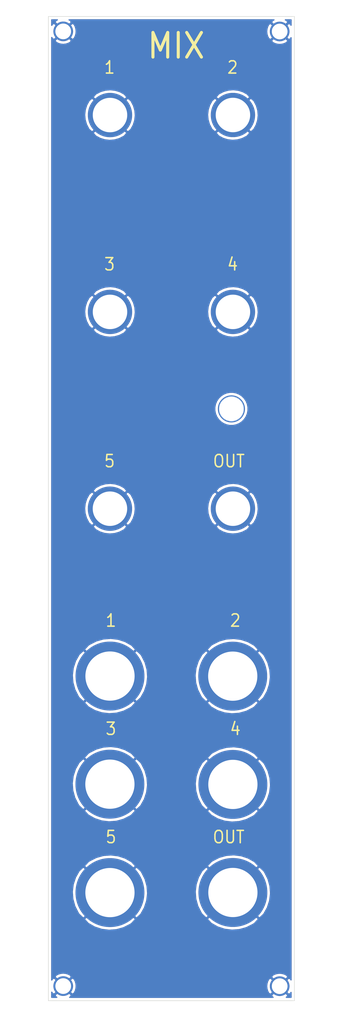
<source format=kicad_pcb>
(kicad_pcb (version 20171130) (host pcbnew "(5.1.9)-1")

  (general
    (thickness 1.6)
    (drawings 196)
    (tracks 0)
    (zones 0)
    (modules 15)
    (nets 2)
  )

  (page A4)
  (layers
    (0 F.Cu signal)
    (31 B.Cu signal)
    (32 B.Adhes user)
    (33 F.Adhes user)
    (34 B.Paste user)
    (35 F.Paste user)
    (36 B.SilkS user)
    (37 F.SilkS user)
    (38 B.Mask user)
    (39 F.Mask user)
    (40 Dwgs.User user hide)
    (41 Cmts.User user)
    (42 Eco1.User user)
    (43 Eco2.User user)
    (44 Edge.Cuts user)
    (45 Margin user)
    (46 B.CrtYd user)
    (47 F.CrtYd user)
    (48 B.Fab user)
    (49 F.Fab user)
  )

  (setup
    (last_trace_width 0.25)
    (trace_clearance 0.2)
    (zone_clearance 0.508)
    (zone_45_only no)
    (trace_min 0.2)
    (via_size 0.8)
    (via_drill 0.4)
    (via_min_size 0.4)
    (via_min_drill 0.3)
    (uvia_size 0.3)
    (uvia_drill 0.1)
    (uvias_allowed no)
    (uvia_min_size 0.2)
    (uvia_min_drill 0.1)
    (edge_width 0.1)
    (segment_width 0.2)
    (pcb_text_width 0.3)
    (pcb_text_size 1.5 1.5)
    (mod_edge_width 0.15)
    (mod_text_size 1 1)
    (mod_text_width 0.15)
    (pad_size 1.524 1.524)
    (pad_drill 0.762)
    (pad_to_mask_clearance 0)
    (aux_axis_origin 16.1 207.6)
    (grid_origin 16.1 207.6)
    (visible_elements 7FFFFFFF)
    (pcbplotparams
      (layerselection 0x3ffff_ffffffff)
      (usegerberextensions false)
      (usegerberattributes false)
      (usegerberadvancedattributes false)
      (creategerberjobfile false)
      (excludeedgelayer true)
      (linewidth 0.100000)
      (plotframeref false)
      (viasonmask false)
      (mode 1)
      (useauxorigin false)
      (hpglpennumber 1)
      (hpglpenspeed 20)
      (hpglpendiameter 15.000000)
      (psnegative false)
      (psa4output false)
      (plotreference true)
      (plotvalue true)
      (plotinvisibletext false)
      (padsonsilk false)
      (subtractmaskfromsilk false)
      (outputformat 1)
      (mirror false)
      (drillshape 0)
      (scaleselection 1)
      (outputdirectory "Gerber/"))
  )

  (net 0 "")
  (net 1 GND)

  (net_class Default "Ceci est la Netclass par défaut."
    (clearance 0.2)
    (trace_width 0.25)
    (via_dia 0.8)
    (via_drill 0.4)
    (uvia_dia 0.3)
    (uvia_drill 0.1)
    (add_net GND)
  )

  (module Kosmo_panel:Kosmo_LED_Hole (layer F.Cu) (tedit 5F6F25FC) (tstamp 6122D559)
    (at 53.3 87.34)
    (descr "Mounting Hole 6mm")
    (tags "mounting hole 6mm")
    (path /5F0BD9D5)
    (attr virtual)
    (fp_text reference H5 (at 0 -6) (layer F.SilkS) hide
      (effects (font (size 1 1) (thickness 0.15)))
    )
    (fp_text value Led_Hole (at 0 6) (layer F.Fab)
      (effects (font (size 1 1) (thickness 0.15)))
    )
    (fp_circle (center 0 0) (end 4.25 0) (layer F.CrtYd) (width 0.05))
    (fp_circle (center 0 0) (end 4 0) (layer Cmts.User) (width 0.15))
    (fp_text user %R (at 0.3 0) (layer F.Fab)
      (effects (font (size 1 1) (thickness 0.15)))
    )
    (pad 1 thru_hole circle (at 0 0) (size 5.5 5.5) (drill 5) (layers *.Cu *.Mask))
  )

  (module Kosmo_panel:Kosmo_Jack_Hole (layer F.Cu) (tedit 5F6F25EE) (tstamp 6122D561)
    (at 53.6 185.61)
    (descr "Mounting Hole 6mm")
    (tags "mounting hole 6mm")
    (path /5F0BCD70)
    (attr virtual)
    (fp_text reference H12 (at 0 -11) (layer F.SilkS) hide
      (effects (font (size 1 1) (thickness 0.15)))
    )
    (fp_text value Jack_Hole (at 0 11) (layer F.Fab)
      (effects (font (size 1 1) (thickness 0.15)))
    )
    (fp_circle (center 0 0) (end 10 0) (layer F.CrtYd) (width 0.05))
    (fp_circle (center 0 0) (end 9.5 0) (layer Cmts.User) (width 0.15))
    (fp_text user %R (at 0.3 0) (layer F.Fab)
      (effects (font (size 1 1) (thickness 0.15)))
    )
    (pad 1 thru_hole circle (at 0 0) (size 14 14) (drill 10) (layers *.Cu *.Mask)
      (net 1 GND))
  )

  (module Kosmo_panel:Kosmo_Panel_Dual_Mounting_Holes (layer F.Cu) (tedit 5F6CB77A) (tstamp 6122D56C)
    (at 19.11 204.63)
    (descr "Mounting Hole 3.2mm, M3")
    (tags "mounting hole 3.2mm m3")
    (path /6130EEE5)
    (attr virtual)
    (fp_text reference H14 (at 0 -4.2) (layer F.SilkS) hide
      (effects (font (size 1 1) (thickness 0.15)))
    )
    (fp_text value Panel (at 0 4.2) (layer F.Fab)
      (effects (font (size 1 1) (thickness 0.15)))
    )
    (fp_circle (center 0 -194) (end 3 -194) (layer Cmts.User) (width 0.15))
    (fp_circle (center 0 -194) (end 3.25 -194) (layer F.CrtYd) (width 0.05))
    (fp_circle (center 0 0) (end 3.25 0) (layer F.CrtYd) (width 0.05))
    (fp_circle (center 0 0) (end 3 0) (layer Cmts.User) (width 0.15))
    (fp_text user %R (at 0.3 0) (layer F.Fab)
      (effects (font (size 1 1) (thickness 0.15)))
    )
    (pad 1 thru_hole circle (at 0 -194) (size 4 4) (drill 3.2) (layers *.Cu *.Mask)
      (net 1 GND))
    (pad 1 thru_hole circle (at 0 0) (size 4 4) (drill 3.2) (layers *.Cu *.Mask)
      (net 1 GND))
  )

  (module Kosmo_panel:Kosmo_Pot_Hole (layer F.Cu) (tedit 5F6F2614) (tstamp 6122D574)
    (at 53.61 107.62)
    (descr "Mounting Hole 6mm")
    (tags "mounting hole 6mm")
    (path /61311F77)
    (attr virtual)
    (fp_text reference H15 (at 0 -7) (layer F.SilkS) hide
      (effects (font (size 1 1) (thickness 0.15)))
    )
    (fp_text value Pot_Hole (at 0 7) (layer F.Fab)
      (effects (font (size 1 1) (thickness 0.15)))
    )
    (fp_circle (center 0 0) (end 6.25 0) (layer F.CrtYd) (width 0.05))
    (fp_circle (center 0 0) (end 6 0) (layer Cmts.User) (width 0.15))
    (fp_text user %R (at 0.3 0) (layer F.Fab)
      (effects (font (size 1 1) (thickness 0.15)))
    )
    (pad 1 thru_hole circle (at 0 0) (size 9 9) (drill 7) (layers *.Cu *.Mask)
      (net 1 GND))
  )

  (module Kosmo_panel:Kosmo_Jack_Hole (layer F.Cu) (tedit 5F6F25EE) (tstamp 6122D57C)
    (at 28.61 185.63)
    (descr "Mounting Hole 6mm")
    (tags "mounting hole 6mm")
    (path /6130CD4B)
    (attr virtual)
    (fp_text reference H16 (at 0 -11) (layer F.SilkS) hide
      (effects (font (size 1 1) (thickness 0.15)))
    )
    (fp_text value Jack_Hole (at 0 11) (layer F.Fab)
      (effects (font (size 1 1) (thickness 0.15)))
    )
    (fp_circle (center 0 0) (end 9.5 0) (layer Cmts.User) (width 0.15))
    (fp_circle (center 0 0) (end 10 0) (layer F.CrtYd) (width 0.05))
    (fp_text user %R (at 0.3 0) (layer F.Fab)
      (effects (font (size 1 1) (thickness 0.15)))
    )
    (pad 1 thru_hole circle (at 0 0) (size 14 14) (drill 10) (layers *.Cu *.Mask)
      (net 1 GND))
  )

  (module Kosmo_panel:Kosmo_Panel_Dual_Mounting_Holes (layer F.Cu) (tedit 5F6CB77A) (tstamp 6122D587)
    (at 63.11 204.65)
    (descr "Mounting Hole 3.2mm, M3")
    (tags "mounting hole 3.2mm m3")
    (path /61311319)
    (attr virtual)
    (fp_text reference H17 (at 0 -4.2) (layer F.SilkS) hide
      (effects (font (size 1 1) (thickness 0.15)))
    )
    (fp_text value Panel (at 0 4.2) (layer F.Fab)
      (effects (font (size 1 1) (thickness 0.15)))
    )
    (fp_circle (center 0 0) (end 3 0) (layer Cmts.User) (width 0.15))
    (fp_circle (center 0 0) (end 3.25 0) (layer F.CrtYd) (width 0.05))
    (fp_circle (center 0 -194) (end 3.25 -194) (layer F.CrtYd) (width 0.05))
    (fp_circle (center 0 -194) (end 3 -194) (layer Cmts.User) (width 0.15))
    (fp_text user %R (at 0.3 0) (layer F.Fab)
      (effects (font (size 1 1) (thickness 0.15)))
    )
    (pad 1 thru_hole circle (at 0 0) (size 4 4) (drill 3.2) (layers *.Cu *.Mask)
      (net 1 GND))
    (pad 1 thru_hole circle (at 0 -194) (size 4 4) (drill 3.2) (layers *.Cu *.Mask)
      (net 1 GND))
  )

  (module Kosmo_panel:Kosmo_Pot_Hole (layer F.Cu) (tedit 5F6F2614) (tstamp 6122D58F)
    (at 53.61 67.63)
    (descr "Mounting Hole 6mm")
    (tags "mounting hole 6mm")
    (path /61312ED0)
    (attr virtual)
    (fp_text reference H18 (at 0 -7) (layer F.SilkS) hide
      (effects (font (size 1 1) (thickness 0.15)))
    )
    (fp_text value Pot_Hole (at 0 7) (layer F.Fab)
      (effects (font (size 1 1) (thickness 0.15)))
    )
    (fp_circle (center 0 0) (end 6 0) (layer Cmts.User) (width 0.15))
    (fp_circle (center 0 0) (end 6.25 0) (layer F.CrtYd) (width 0.05))
    (fp_text user %R (at 0.3 0) (layer F.Fab)
      (effects (font (size 1 1) (thickness 0.15)))
    )
    (pad 1 thru_hole circle (at 0 0) (size 9 9) (drill 7) (layers *.Cu *.Mask)
      (net 1 GND))
  )

  (module Kosmo_panel:Kosmo_Jack_Hole (layer F.Cu) (tedit 5F6F25EE) (tstamp 6122D597)
    (at 53.6 163.65)
    (descr "Mounting Hole 6mm")
    (tags "mounting hole 6mm")
    (path /6130D3D6)
    (attr virtual)
    (fp_text reference H20 (at 0 -11) (layer F.SilkS) hide
      (effects (font (size 1 1) (thickness 0.15)))
    )
    (fp_text value Jack_Hole (at 0 11) (layer F.Fab)
      (effects (font (size 1 1) (thickness 0.15)))
    )
    (fp_circle (center 0 0) (end 10 0) (layer F.CrtYd) (width 0.05))
    (fp_circle (center 0 0) (end 9.5 0) (layer Cmts.User) (width 0.15))
    (fp_text user %R (at 0.3 0) (layer F.Fab)
      (effects (font (size 1 1) (thickness 0.15)))
    )
    (pad 1 thru_hole circle (at 0 0) (size 14 14) (drill 10) (layers *.Cu *.Mask)
      (net 1 GND))
  )

  (module Kosmo_panel:Kosmo_Pot_Hole (layer F.Cu) (tedit 5F6F2614) (tstamp 6122D59F)
    (at 28.61 107.62)
    (descr "Mounting Hole 6mm")
    (tags "mounting hole 6mm")
    (path /613135E5)
    (attr virtual)
    (fp_text reference H21 (at 0 -7) (layer F.SilkS) hide
      (effects (font (size 1 1) (thickness 0.15)))
    )
    (fp_text value Pot_Hole (at 0 7) (layer F.Fab)
      (effects (font (size 1 1) (thickness 0.15)))
    )
    (fp_circle (center 0 0) (end 6.25 0) (layer F.CrtYd) (width 0.05))
    (fp_circle (center 0 0) (end 6 0) (layer Cmts.User) (width 0.15))
    (fp_text user %R (at 0.3 0) (layer F.Fab)
      (effects (font (size 1 1) (thickness 0.15)))
    )
    (pad 1 thru_hole circle (at 0 0) (size 9 9) (drill 7) (layers *.Cu *.Mask)
      (net 1 GND))
  )

  (module Kosmo_panel:Kosmo_Jack_Hole (layer F.Cu) (tedit 5F6F25EE) (tstamp 6122D5A7)
    (at 28.6 163.6)
    (descr "Mounting Hole 6mm")
    (tags "mounting hole 6mm")
    (path /6130D9AF)
    (attr virtual)
    (fp_text reference H23 (at 0 -11) (layer F.SilkS) hide
      (effects (font (size 1 1) (thickness 0.15)))
    )
    (fp_text value Jack_Hole (at 0 11) (layer F.Fab)
      (effects (font (size 1 1) (thickness 0.15)))
    )
    (fp_circle (center 0 0) (end 9.5 0) (layer Cmts.User) (width 0.15))
    (fp_circle (center 0 0) (end 10 0) (layer F.CrtYd) (width 0.05))
    (fp_text user %R (at 0.3 0) (layer F.Fab)
      (effects (font (size 1 1) (thickness 0.15)))
    )
    (pad 1 thru_hole circle (at 0 0) (size 14 14) (drill 10) (layers *.Cu *.Mask)
      (net 1 GND))
  )

  (module Kosmo_panel:Kosmo_Pot_Hole (layer F.Cu) (tedit 5F6F2614) (tstamp 6122D5AF)
    (at 28.62 67.63)
    (descr "Mounting Hole 6mm")
    (tags "mounting hole 6mm")
    (path /61313A81)
    (attr virtual)
    (fp_text reference H24 (at 0 -7) (layer F.SilkS) hide
      (effects (font (size 1 1) (thickness 0.15)))
    )
    (fp_text value Pot_Hole (at 0 7) (layer F.Fab)
      (effects (font (size 1 1) (thickness 0.15)))
    )
    (fp_circle (center 0 0) (end 6 0) (layer Cmts.User) (width 0.15))
    (fp_circle (center 0 0) (end 6.25 0) (layer F.CrtYd) (width 0.05))
    (fp_text user %R (at 0.3 0) (layer F.Fab)
      (effects (font (size 1 1) (thickness 0.15)))
    )
    (pad 1 thru_hole circle (at 0 0) (size 9 9) (drill 7) (layers *.Cu *.Mask)
      (net 1 GND))
  )

  (module Kosmo_panel:Kosmo_Jack_Hole (layer F.Cu) (tedit 5F6F25EE) (tstamp 6122D5B7)
    (at 53.57 141.65)
    (descr "Mounting Hole 6mm")
    (tags "mounting hole 6mm")
    (path /6130DFC1)
    (attr virtual)
    (fp_text reference H25 (at 0 -11) (layer F.SilkS) hide
      (effects (font (size 1 1) (thickness 0.15)))
    )
    (fp_text value Jack_Hole (at 0 11) (layer F.Fab)
      (effects (font (size 1 1) (thickness 0.15)))
    )
    (fp_circle (center 0 0) (end 10 0) (layer F.CrtYd) (width 0.05))
    (fp_circle (center 0 0) (end 9.5 0) (layer Cmts.User) (width 0.15))
    (fp_text user %R (at 0.3 0) (layer F.Fab)
      (effects (font (size 1 1) (thickness 0.15)))
    )
    (pad 1 thru_hole circle (at 0 0) (size 14 14) (drill 10) (layers *.Cu *.Mask)
      (net 1 GND))
  )

  (module Kosmo_panel:Kosmo_Pot_Hole (layer F.Cu) (tedit 5F6F2614) (tstamp 6122D5BF)
    (at 53.61 27.62)
    (descr "Mounting Hole 6mm")
    (tags "mounting hole 6mm")
    (path /6131404F)
    (attr virtual)
    (fp_text reference H26 (at 0 -7) (layer F.SilkS) hide
      (effects (font (size 1 1) (thickness 0.15)))
    )
    (fp_text value Pot_Hole (at 0 7) (layer F.Fab)
      (effects (font (size 1 1) (thickness 0.15)))
    )
    (fp_circle (center 0 0) (end 6.25 0) (layer F.CrtYd) (width 0.05))
    (fp_circle (center 0 0) (end 6 0) (layer Cmts.User) (width 0.15))
    (fp_text user %R (at 0.3 0) (layer F.Fab)
      (effects (font (size 1 1) (thickness 0.15)))
    )
    (pad 1 thru_hole circle (at 0 0) (size 9 9) (drill 7) (layers *.Cu *.Mask)
      (net 1 GND))
  )

  (module Kosmo_panel:Kosmo_Jack_Hole (layer F.Cu) (tedit 5F6F25EE) (tstamp 6122D5C7)
    (at 28.62 141.63)
    (descr "Mounting Hole 6mm")
    (tags "mounting hole 6mm")
    (path /6130E747)
    (attr virtual)
    (fp_text reference H27 (at 0 -11) (layer F.SilkS) hide
      (effects (font (size 1 1) (thickness 0.15)))
    )
    (fp_text value Jack_Hole (at 0 11) (layer F.Fab)
      (effects (font (size 1 1) (thickness 0.15)))
    )
    (fp_circle (center 0 0) (end 9.5 0) (layer Cmts.User) (width 0.15))
    (fp_circle (center 0 0) (end 10 0) (layer F.CrtYd) (width 0.05))
    (fp_text user %R (at 0.3 0) (layer F.Fab)
      (effects (font (size 1 1) (thickness 0.15)))
    )
    (pad 1 thru_hole circle (at 0 0) (size 14 14) (drill 10) (layers *.Cu *.Mask)
      (net 1 GND))
  )

  (module Kosmo_panel:Kosmo_Pot_Hole (layer F.Cu) (tedit 5F6F2614) (tstamp 6122D5CF)
    (at 28.62 27.63)
    (descr "Mounting Hole 6mm")
    (tags "mounting hole 6mm")
    (path /61314728)
    (attr virtual)
    (fp_text reference H28 (at 0 -7) (layer F.SilkS) hide
      (effects (font (size 1 1) (thickness 0.15)))
    )
    (fp_text value Pot_Hole (at 0 7) (layer F.Fab)
      (effects (font (size 1 1) (thickness 0.15)))
    )
    (fp_circle (center 0 0) (end 6 0) (layer Cmts.User) (width 0.15))
    (fp_circle (center 0 0) (end 6.25 0) (layer F.CrtYd) (width 0.05))
    (fp_text user %R (at 0.3 0) (layer F.Fab)
      (effects (font (size 1 1) (thickness 0.15)))
    )
    (pad 1 thru_hole circle (at 0 0) (size 9 9) (drill 7) (layers *.Cu *.Mask)
      (net 1 GND))
  )

  (gr_circle (center 63.110556 10.632161) (end 64.710556 10.632161) (layer Dwgs.User) (width 0.2))
  (gr_line (start 35.406856 117.28216) (end 35.574255 118.98216) (layer Dwgs.User) (width 0.2))
  (gr_line (start 51.580555 118.04816) (end 49.880555 118.216161) (layer Dwgs.User) (width 0.2))
  (gr_line (start 48.106855 117.28216) (end 48.274255 118.98216) (layer Dwgs.User) (width 0.2))
  (gr_line (start 43.026855 117.28216) (end 43.194255 118.98216) (layer Dwgs.User) (width 0.2))
  (gr_circle (center 53.610556 27.632161) (end 57.110556 27.632161) (layer Dwgs.User) (width 0.2))
  (gr_line (start 53.272356 24.19876) (end 53.948755 31.06556) (layer Dwgs.User) (width 0.2))
  (gr_line (start 32.043955 107.29396) (end 25.177155 107.97036) (layer Dwgs.User) (width 0.2))
  (gr_line (start 45.566855 117.28216) (end 45.734255 118.98216) (layer Dwgs.User) (width 0.2))
  (gr_line (start 57.043955 107.29396) (end 50.177155 107.97036) (layer Dwgs.User) (width 0.2))
  (gr_circle (center 28.610556 107.632161) (end 32.110556 107.632161) (layer Dwgs.User) (width 0.2))
  (gr_line (start 37.946856 117.28216) (end 38.114255 118.98216) (layer Dwgs.User) (width 0.2))
  (gr_circle (center 63.110556 204.632161) (end 64.710556 204.632161) (layer Dwgs.User) (width 0.2))
  (gr_line (start 50.858022 87.607529) (end 55.724522 87.141253) (layer Dwgs.User) (width 0.2))
  (gr_line (start 57.043955 27.29396) (end 50.177155 27.97036) (layer Dwgs.User) (width 0.2))
  (gr_circle (center 53.296855 87.373856) (end 55.796855 87.373856) (layer Dwgs.User) (width 0.2))
  (gr_circle (center 53.610556 67.632161) (end 57.110556 67.632161) (layer Dwgs.User) (width 0.2))
  (gr_line (start 19.110556 203.03216) (end 19.110556 206.23216) (layer Dwgs.User) (width 0.2))
  (gr_line (start 43.960556 118.04816) (end 42.260555 118.216161) (layer Dwgs.User) (width 0.2))
  (gr_line (start 57.043955 67.29396) (end 50.177155 67.97036) (layer Dwgs.User) (width 0.2))
  (gr_line (start 61.510556 204.632161) (end 64.710556 204.632161) (layer Dwgs.User) (width 0.2))
  (gr_circle (center 19.110556 204.632161) (end 20.710556 204.632161) (layer Dwgs.User) (width 0.2))
  (gr_circle (center 19.110556 10.632161) (end 20.710556 10.632161) (layer Dwgs.User) (width 0.2))
  (gr_circle (center 53.610556 107.632161) (end 57.110556 107.632161) (layer Dwgs.User) (width 0.2))
  (gr_line (start 38.880555 118.04816) (end 37.180556 118.216161) (layer Dwgs.User) (width 0.2))
  (gr_line (start 63.110556 203.03216) (end 63.110556 206.23216) (layer Dwgs.User) (width 0.2))
  (gr_line (start 53.272356 64.19876) (end 53.948755 71.06556) (layer Dwgs.User) (width 0.2))
  (gr_line (start 61.510556 10.632161) (end 64.710556 10.632161) (layer Dwgs.User) (width 0.2))
  (gr_line (start 17.510556 204.632161) (end 20.710556 204.632161) (layer Dwgs.User) (width 0.2))
  (gr_line (start 40.486855 117.28216) (end 40.654256 118.98216) (layer Dwgs.User) (width 0.2))
  (gr_line (start 36.340556 118.04816) (end 34.640556 118.216161) (layer Dwgs.User) (width 0.2))
  (gr_line (start 33.800555 118.04816) (end 32.100555 118.216161) (layer Dwgs.User) (width 0.2))
  (gr_line (start 32.866855 117.28216) (end 33.034255 118.98216) (layer Dwgs.User) (width 0.2))
  (gr_line (start 53.272356 104.19876) (end 53.948755 111.06556) (layer Dwgs.User) (width 0.2))
  (gr_line (start 49.040555 118.04816) (end 47.340555 118.216161) (layer Dwgs.User) (width 0.2))
  (gr_line (start 17.510556 10.632161) (end 20.710556 10.632161) (layer Dwgs.User) (width 0.2))
  (gr_line (start 50.646855 117.28216) (end 50.814255 118.98216) (layer Dwgs.User) (width 0.2))
  (gr_line (start 41.420556 118.04816) (end 39.720555 118.216161) (layer Dwgs.User) (width 0.2))
  (gr_line (start 19.110556 9.03216) (end 19.110556 12.23216) (layer Dwgs.User) (width 0.2))
  (gr_line (start 46.500555 118.04816) (end 44.800555 118.216161) (layer Dwgs.User) (width 0.2))
  (gr_line (start 53.057022 84.939129) (end 53.535422 89.795729) (layer Dwgs.User) (width 0.2))
  (gr_line (start 63.110556 9.03216) (end 63.110556 12.23216) (layer Dwgs.User) (width 0.2))
  (gr_line (start 49.040555 115.04816) (end 47.340555 115.216161) (layer Dwgs.User) (width 0.2))
  (gr_line (start 16.110556 207.632161) (end 66.110556 207.632161) (layer Dwgs.User) (width 0.2))
  (gr_line (start 40.486855 114.28216) (end 40.654256 115.98216) (layer Dwgs.User) (width 0.2))
  (gr_line (start 41.420556 115.04816) (end 39.720555 115.216161) (layer Dwgs.User) (width 0.2))
  (gr_line (start 64.110556 195.632161) (end 64.110556 109.314) (layer Dwgs.User) (width 0.2))
  (gr_line (start 66.110556 207.632161) (end 66.110556 7.632161) (layer Dwgs.User) (width 0.2))
  (gr_line (start 51.580555 115.04816) (end 49.880555 115.216161) (layer Dwgs.User) (width 0.2))
  (gr_line (start 63.110556 9.03216) (end 63.110556 12.23216) (layer Dwgs.User) (width 0.2))
  (gr_line (start 53.610556 180.632161) (end 53.610556 190.632161) (layer Dwgs.User) (width 0.2))
  (gr_line (start 28.610556 180.632161) (end 28.610556 190.632161) (layer Dwgs.User) (width 0.2))
  (gr_line (start 16.110556 7.632161) (end 16.110556 207.632161) (layer Dwgs.User) (width 0.2))
  (gr_line (start 18.110556 109.314) (end 18.110556 195.632161) (layer Dwgs.User) (width 0.2))
  (gr_line (start 18.110556 195.632161) (end 64.110556 195.632161) (layer Dwgs.User) (width 0.2))
  (gr_line (start 19.110556 9.03216) (end 19.110556 12.23216) (layer Dwgs.User) (width 0.2))
  (gr_line (start 48.106855 114.28216) (end 48.274255 115.98216) (layer Dwgs.User) (width 0.2))
  (gr_circle (center 63.110556 10.632161) (end 64.710556 10.632161) (layer Dwgs.User) (width 0.2))
  (gr_line (start 45.566855 114.28216) (end 45.734255 115.98216) (layer Dwgs.User) (width 0.2))
  (gr_line (start 28.272356 104.19876) (end 28.948755 111.06556) (layer Dwgs.User) (width 0.2))
  (gr_circle (center 28.610556 67.632161) (end 32.110556 67.632161) (layer Dwgs.User) (width 0.2))
  (gr_line (start 48.610556 141.632161) (end 58.610556 141.632161) (layer Dwgs.User) (width 0.2))
  (gr_line (start 32.043955 67.29396) (end 25.177155 67.97036) (layer Dwgs.User) (width 0.2))
  (gr_line (start 28.272356 64.19876) (end 28.948755 71.06556) (layer Dwgs.User) (width 0.2))
  (gr_line (start 18.110556 19.632161) (end 18.110556 119.632161) (layer Dwgs.User) (width 0.2))
  (gr_line (start 17.510556 10.632161) (end 20.710556 10.632161) (layer Dwgs.User) (width 0.2))
  (gr_circle (center 53.610556 163.632161) (end 58.610556 163.632161) (layer Dwgs.User) (width 0.2))
  (gr_line (start 60.727601 193.604707) (end 45.98928 193.604707) (layer Dwgs.User) (width 0.2))
  (gr_line (start 48.610556 185.632161) (end 58.610556 185.632161) (layer Dwgs.User) (width 0.2))
  (gr_line (start 63.110556 203.03216) (end 63.110556 206.23216) (layer Dwgs.User) (width 0.2))
  (gr_line (start 17.510556 204.632161) (end 20.710556 204.632161) (layer Dwgs.User) (width 0.2))
  (gr_line (start 38.880555 115.04816) (end 37.180556 115.216161) (layer Dwgs.User) (width 0.2))
  (gr_line (start 53.610556 158.632161) (end 53.610556 168.632161) (layer Dwgs.User) (width 0.2))
  (gr_line (start 43.026855 114.28216) (end 43.194255 115.98216) (layer Dwgs.User) (width 0.2))
  (gr_line (start 61.510556 10.632161) (end 64.710556 10.632161) (layer Dwgs.User) (width 0.2))
  (gr_line (start 53.610556 136.632161) (end 53.610556 146.632161) (layer Dwgs.User) (width 0.2))
  (gr_circle (center 63.110556 204.632161) (end 64.710556 204.632161) (layer Dwgs.User) (width 0.2))
  (gr_circle (center 28.610556 27.632161) (end 32.110556 27.632161) (layer Dwgs.User) (width 0.2))
  (gr_circle (center 19.110556 204.632161) (end 20.710556 204.632161) (layer Dwgs.User) (width 0.2))
  (gr_line (start 64.110556 109.314) (end 18.110556 109.314) (layer Dwgs.User) (width 0.2))
  (gr_line (start 32.043955 27.29396) (end 25.177155 27.97036) (layer Dwgs.User) (width 0.2))
  (gr_line (start 28.272356 24.19876) (end 28.948755 31.06556) (layer Dwgs.User) (width 0.2))
  (gr_line (start 45.98928 193.604707) (end 45.98928 171.852196) (layer Dwgs.User) (width 0.2))
  (gr_line (start 60.727601 171.852196) (end 60.727601 193.604707) (layer Dwgs.User) (width 0.2))
  (gr_line (start 19.110556 203.03216) (end 19.110556 206.23216) (layer Dwgs.User) (width 0.2))
  (gr_line (start 43.960556 115.04816) (end 42.260555 115.216161) (layer Dwgs.User) (width 0.2))
  (gr_line (start 46.500555 115.04816) (end 44.800555 115.216161) (layer Dwgs.User) (width 0.2))
  (gr_line (start 45.98928 171.852196) (end 60.727601 171.852196) (layer Dwgs.User) (width 0.2))
  (gr_line (start 28.610556 136.632161) (end 28.610556 146.632161) (layer Dwgs.User) (width 0.2))
  (gr_circle (center 28.610556 141.632161) (end 33.610556 141.632161) (layer Dwgs.User) (width 0.2))
  (gr_line (start 61.510556 204.632161) (end 64.710556 204.632161) (layer Dwgs.User) (width 0.2))
  (gr_circle (center 19.110556 10.632161) (end 20.710556 10.632161) (layer Dwgs.User) (width 0.2))
  (gr_line (start 64.110556 19.632161) (end 18.110556 19.632161) (layer Dwgs.User) (width 0.2))
  (gr_circle (center 28.610556 185.632161) (end 33.610556 185.632161) (layer Dwgs.User) (width 0.2))
  (gr_line (start 23.610556 141.632161) (end 33.610556 141.632161) (layer Dwgs.User) (width 0.2))
  (gr_circle (center 53.610556 141.632161) (end 58.610556 141.632161) (layer Dwgs.User) (width 0.2))
  (gr_line (start 23.610556 163.632161) (end 33.610556 163.632161) (layer Dwgs.User) (width 0.2))
  (gr_line (start 50.646855 114.28216) (end 50.814255 115.98216) (layer Dwgs.User) (width 0.2))
  (gr_line (start 48.610556 163.632161) (end 58.610556 163.632161) (layer Dwgs.User) (width 0.2))
  (gr_line (start 23.610556 185.632161) (end 33.610556 185.632161) (layer Dwgs.User) (width 0.2))
  (gr_line (start 66.110556 7.632161) (end 16.110556 7.632161) (layer Dwgs.User) (width 0.2))
  (gr_line (start 28.610556 158.632161) (end 28.610556 168.632161) (layer Dwgs.User) (width 0.2))
  (gr_circle (center 28.610556 163.632161) (end 33.610556 163.632161) (layer Dwgs.User) (width 0.2))
  (gr_circle (center 53.610556 185.632161) (end 58.610556 185.632161) (layer Dwgs.User) (width 0.2))
  (gr_line (start 64.110556 119.632161) (end 64.110556 19.632161) (layer Dwgs.User) (width 0.2))
  (gr_line (start 18.110556 122.632161) (end 64.110556 122.632161) (layer Dwgs.User) (width 0.2))
  (gr_circle (center 28.610556 185.632161) (end 33.610556 185.632161) (layer Dwgs.User) (width 0.2))
  (gr_line (start 32.043955 67.29396) (end 25.177155 67.97036) (layer Dwgs.User) (width 0.2))
  (gr_circle (center 28.610556 27.632161) (end 32.110556 27.632161) (layer Dwgs.User) (width 0.2))
  (gr_line (start 18.110556 195.632161) (end 64.110556 195.632161) (layer Dwgs.User) (width 0.2))
  (gr_line (start 45.98928 193.604707) (end 45.98928 171.852196) (layer Dwgs.User) (width 0.2))
  (gr_line (start 53.610556 180.632161) (end 53.610556 190.632161) (layer Dwgs.User) (width 0.2))
  (gr_line (start 64.110556 195.632161) (end 64.110556 109.314) (layer Dwgs.User) (width 0.2))
  (gr_line (start 66.110556 207.632161) (end 66.110556 7.632161) (layer Dwgs.User) (width 0.2))
  (gr_line (start 60.727601 193.604707) (end 45.98928 193.604707) (layer Dwgs.User) (width 0.2))
  (gr_line (start 28.610556 136.632161) (end 28.610556 146.632161) (layer Dwgs.User) (width 0.2))
  (gr_line (start 18.110556 109.314) (end 18.110556 195.632161) (layer Dwgs.User) (width 0.2))
  (gr_line (start 23.610556 163.632161) (end 33.610556 163.632161) (layer Dwgs.User) (width 0.2))
  (gr_circle (center 28.610556 141.632161) (end 33.610556 141.632161) (layer Dwgs.User) (width 0.2))
  (gr_line (start 48.610556 163.632161) (end 58.610556 163.632161) (layer Dwgs.User) (width 0.2))
  (gr_line (start 48.610556 185.632161) (end 58.610556 185.632161) (layer Dwgs.User) (width 0.2))
  (gr_line (start 64.110556 19.632161) (end 18.110556 19.632161) (layer Dwgs.User) (width 0.2))
  (gr_line (start 16.110556 207.632161) (end 66.110556 207.632161) (layer Dwgs.User) (width 0.2))
  (gr_line (start 37.946856 114.28216) (end 38.114255 115.98216) (layer Dwgs.User) (width 0.2))
  (gr_line (start 36.340556 115.04816) (end 34.640556 115.216161) (layer Dwgs.User) (width 0.2))
  (gr_circle (center 53.610556 67.632161) (end 57.110556 67.632161) (layer Dwgs.User) (width 0.2))
  (gr_line (start 18.110556 19.632161) (end 18.110556 119.632161) (layer Dwgs.User) (width 0.2))
  (gr_circle (center 28.610556 107.632161) (end 32.110556 107.632161) (layer Dwgs.User) (width 0.2))
  (gr_line (start 28.272356 24.19876) (end 28.948755 31.06556) (layer Dwgs.User) (width 0.2))
  (gr_circle (center 53.610556 185.632161) (end 58.610556 185.632161) (layer Dwgs.User) (width 0.2))
  (gr_circle (center 53.610556 141.632161) (end 58.610556 141.632161) (layer Dwgs.User) (width 0.2))
  (gr_line (start 35.406856 114.28216) (end 35.574255 115.98216) (layer Dwgs.User) (width 0.2))
  (gr_line (start 33.800555 115.04816) (end 32.100555 115.216161) (layer Dwgs.User) (width 0.2))
  (gr_line (start 53.272356 104.19876) (end 53.948755 111.06556) (layer Dwgs.User) (width 0.2))
  (gr_line (start 57.043955 67.29396) (end 50.177155 67.97036) (layer Dwgs.User) (width 0.2))
  (gr_line (start 18.110556 119.632161) (end 64.110556 119.632161) (layer Dwgs.User) (width 0.2))
  (gr_line (start 53.610556 136.632161) (end 53.610556 146.632161) (layer Dwgs.User) (width 0.2))
  (gr_line (start 66.110556 7.632161) (end 16.110556 7.632161) (layer Dwgs.User) (width 0.2))
  (gr_line (start 45.98928 171.852196) (end 60.727601 171.852196) (layer Dwgs.User) (width 0.2))
  (gr_line (start 16.110556 7.632161) (end 16.110556 207.632161) (layer Dwgs.User) (width 0.2))
  (gr_line (start 32.866855 114.28216) (end 33.034255 115.98216) (layer Dwgs.User) (width 0.2))
  (gr_circle (center 53.296855 87.373856) (end 55.796855 87.373856) (layer Dwgs.User) (width 0.2))
  (gr_circle (center 53.610556 163.632161) (end 58.610556 163.632161) (layer Dwgs.User) (width 0.2))
  (gr_line (start 50.858022 87.607529) (end 55.724522 87.141253) (layer Dwgs.User) (width 0.2))
  (gr_line (start 53.057022 84.939129) (end 53.535422 89.795729) (layer Dwgs.User) (width 0.2))
  (gr_circle (center 53.610556 107.632161) (end 57.110556 107.632161) (layer Dwgs.User) (width 0.2))
  (gr_line (start 57.043955 107.29396) (end 50.177155 107.97036) (layer Dwgs.User) (width 0.2))
  (gr_line (start 53.272356 64.19876) (end 53.948755 71.06556) (layer Dwgs.User) (width 0.2))
  (gr_line (start 28.272356 64.19876) (end 28.948755 71.06556) (layer Dwgs.User) (width 0.2))
  (gr_line (start 32.043955 27.29396) (end 25.177155 27.97036) (layer Dwgs.User) (width 0.2))
  (gr_circle (center 53.610556 27.632161) (end 57.110556 27.632161) (layer Dwgs.User) (width 0.2))
  (gr_line (start 60.727601 171.852196) (end 60.727601 193.604707) (layer Dwgs.User) (width 0.2))
  (gr_line (start 64.110556 119.632161) (end 64.110556 19.632161) (layer Dwgs.User) (width 0.2))
  (gr_line (start 28.610556 180.632161) (end 28.610556 190.632161) (layer Dwgs.User) (width 0.2))
  (gr_line (start 53.610556 158.632161) (end 53.610556 168.632161) (layer Dwgs.User) (width 0.2))
  (gr_line (start 57.043955 27.29396) (end 50.177155 27.97036) (layer Dwgs.User) (width 0.2))
  (gr_line (start 53.272356 24.19876) (end 53.948755 31.06556) (layer Dwgs.User) (width 0.2))
  (gr_line (start 23.610556 141.632161) (end 33.610556 141.632161) (layer Dwgs.User) (width 0.2))
  (gr_line (start 48.610556 141.632161) (end 58.610556 141.632161) (layer Dwgs.User) (width 0.2))
  (gr_circle (center 28.610556 163.632161) (end 33.610556 163.632161) (layer Dwgs.User) (width 0.2))
  (gr_line (start 64.110556 109.314) (end 18.110556 109.314) (layer Dwgs.User) (width 0.2))
  (gr_line (start 32.043955 107.29396) (end 25.177155 107.97036) (layer Dwgs.User) (width 0.2))
  (gr_line (start 28.272356 104.19876) (end 28.948755 111.06556) (layer Dwgs.User) (width 0.2))
  (gr_circle (center 28.610556 67.632161) (end 32.110556 67.632161) (layer Dwgs.User) (width 0.2))
  (gr_line (start 23.610556 185.632161) (end 33.610556 185.632161) (layer Dwgs.User) (width 0.2))
  (gr_line (start 28.610556 158.632161) (end 28.610556 168.632161) (layer Dwgs.User) (width 0.2))
  (gr_text 4 (at 52.257932 59.418643) (layer F.SilkS)
    (effects (font (size 2.5 2.25) (thickness 0.3125)) (justify left bottom))
  )
  (gr_text 5 (at 27.54 175.81) (layer F.SilkS)
    (effects (font (size 2.5 2.25) (thickness 0.3125)) (justify left bottom))
  )
  (gr_text OUT (at 49.362375 99.418643) (layer F.SilkS)
    (effects (font (size 2.5 2.25) (thickness 0.3125)) (justify left bottom))
  )
  (gr_text 5 (at 27.257932 99.418643) (layer F.SilkS)
    (effects (font (size 2.5 2.25) (thickness 0.3125)) (justify left bottom))
  )
  (gr_text 4 (at 52.817967 153.81) (layer F.SilkS)
    (effects (font (size 2.5 2.25) (thickness 0.3125)) (justify left bottom))
  )
  (gr_text OUT (at 49.31694 175.81) (layer F.SilkS)
    (effects (font (size 2.5 2.25) (thickness 0.3125)) (justify left bottom))
  )
  (gr_text MIX (at 35.86757 16.491582) (layer F.SilkS)
    (effects (font (size 5 4.5) (thickness 0.625)) (justify left bottom))
  )
  (gr_text OUT (at 49.31694 175.81) (layer Dwgs.User)
    (effects (font (size 2.5 2.25) (thickness 0.3125)) (justify left bottom))
  )
  (gr_text 1 (at 27.257932 19.418643) (layer F.SilkS)
    (effects (font (size 2.5 2.25) (thickness 0.3125)) (justify left bottom))
  )
  (gr_text 1 (at 27.54 131.81) (layer F.SilkS)
    (effects (font (size 2.5 2.25) (thickness 0.3125)) (justify left bottom))
  )
  (gr_text 3 (at 27.54 153.81) (layer F.SilkS)
    (effects (font (size 2.5 2.25) (thickness 0.3125)) (justify left bottom))
  )
  (gr_text MIX (at 35.86757 16.491582) (layer Dwgs.User)
    (effects (font (size 5 4.5) (thickness 0.625)) (justify left bottom))
  )
  (gr_text 5 (at 27.257932 99.418643) (layer Dwgs.User)
    (effects (font (size 2.5 2.25) (thickness 0.3125)) (justify left bottom))
  )
  (gr_text OUT (at 49.362375 99.418643) (layer Dwgs.User)
    (effects (font (size 2.5 2.25) (thickness 0.3125)) (justify left bottom))
  )
  (gr_text 1 (at 27.257932 19.418643) (layer Dwgs.User)
    (effects (font (size 2.5 2.25) (thickness 0.3125)) (justify left bottom))
  )
  (gr_text 2 (at 52.817967 131.81) (layer F.SilkS)
    (effects (font (size 2.5 2.25) (thickness 0.3125)) (justify left bottom))
  )
  (gr_text 4 (at 52.817967 153.81) (layer Dwgs.User)
    (effects (font (size 2.5 2.25) (thickness 0.3125)) (justify left bottom))
  )
  (gr_text 4 (at 52.257932 59.418643) (layer Dwgs.User)
    (effects (font (size 2.5 2.25) (thickness 0.3125)) (justify left bottom))
  )
  (gr_text 3 (at 27.257932 59.418643) (layer F.SilkS)
    (effects (font (size 2.5 2.25) (thickness 0.3125)) (justify left bottom))
  )
  (gr_text 2 (at 52.817967 131.81) (layer Dwgs.User)
    (effects (font (size 2.5 2.25) (thickness 0.3125)) (justify left bottom))
  )
  (gr_text 2 (at 52.257932 19.418643) (layer F.SilkS)
    (effects (font (size 2.5 2.25) (thickness 0.3125)) (justify left bottom))
  )
  (gr_text 2 (at 52.257932 19.418643) (layer Dwgs.User)
    (effects (font (size 2.5 2.25) (thickness 0.3125)) (justify left bottom))
  )
  (gr_text 5 (at 27.54 175.81) (layer Dwgs.User)
    (effects (font (size 2.5 2.25) (thickness 0.3125)) (justify left bottom))
  )
  (gr_text 3 (at 27.257932 59.418643) (layer Dwgs.User)
    (effects (font (size 2.5 2.25) (thickness 0.3125)) (justify left bottom))
  )
  (gr_text 3 (at 27.54 153.81) (layer Dwgs.User)
    (effects (font (size 2.5 2.25) (thickness 0.3125)) (justify left bottom))
  )
  (gr_text 1 (at 27.54 131.81) (layer Dwgs.User)
    (effects (font (size 2.5 2.25) (thickness 0.3125)) (justify left bottom))
  )
  (gr_line (start 66.1 7.6) (end 16.1 7.6) (layer Edge.Cuts) (width 0.1) (tstamp 5F0B66BA))
  (gr_line (start 66.1 207.6) (end 66.1 7.6) (layer Edge.Cuts) (width 0.1))
  (gr_line (start 16.1 207.6) (end 66.1 207.6) (layer Edge.Cuts) (width 0.1))
  (gr_line (start 16.1 7.6) (end 16.1 207.6) (layer Edge.Cuts) (width 0.1))

  (zone (net 1) (net_name GND) (layer F.Cu) (tstamp 6122E2C6) (hatch edge 0.508)
    (connect_pads (clearance 0.508))
    (min_thickness 0.254)
    (fill yes (arc_segments 32) (thermal_gap 0.508) (thermal_bridge_width 0.508))
    (polygon
      (pts
        (xy 74.73 212.33) (xy 8.89 212.33) (xy 8.89 4.28) (xy 74.73 4.28)
      )
    )
    (filled_polygon
      (pts
        (xy 17.658228 8.415742) (xy 17.442106 8.782501) (xy 19.11 10.450395) (xy 20.777894 8.782501) (xy 20.561772 8.415742)
        (xy 20.311958 8.285) (xy 61.940249 8.285) (xy 61.658228 8.435742) (xy 61.442106 8.802501) (xy 63.11 10.470395)
        (xy 64.777894 8.802501) (xy 64.561772 8.435742) (xy 64.273743 8.285) (xy 65.415001 8.285) (xy 65.415001 9.367997)
        (xy 65.324258 9.198228) (xy 64.957499 8.982106) (xy 63.289605 10.65) (xy 64.957499 12.317894) (xy 65.324258 12.101772)
        (xy 65.415001 11.928386) (xy 65.415 203.367996) (xy 65.324258 203.198228) (xy 64.957499 202.982106) (xy 63.289605 204.65)
        (xy 64.957499 206.317894) (xy 65.324258 206.101772) (xy 65.415 205.928388) (xy 65.415 206.915) (xy 64.46684 206.915)
        (xy 64.561772 206.864258) (xy 64.777894 206.497499) (xy 63.11 204.829605) (xy 61.442106 206.497499) (xy 61.658228 206.864258)
        (xy 61.755183 206.915) (xy 20.429422 206.915) (xy 20.561772 206.844258) (xy 20.777894 206.477499) (xy 19.11 204.809605)
        (xy 17.442106 206.477499) (xy 17.658228 206.844258) (xy 17.793398 206.915) (xy 16.785 206.915) (xy 16.785 205.874587)
        (xy 16.895742 206.081772) (xy 17.262501 206.297894) (xy 18.930395 204.63) (xy 19.289605 204.63) (xy 20.957499 206.297894)
        (xy 21.324258 206.081772) (xy 21.564938 205.621895) (xy 21.711275 205.123902) (xy 21.751714 204.673071) (xy 60.462352 204.673071)
        (xy 60.517727 205.189159) (xy 60.672721 205.684526) (xy 60.895742 206.101772) (xy 61.262501 206.317894) (xy 62.930395 204.65)
        (xy 61.262501 202.982106) (xy 60.895742 203.198228) (xy 60.655062 203.658105) (xy 60.508725 204.156098) (xy 60.462352 204.673071)
        (xy 21.751714 204.673071) (xy 21.757648 204.606929) (xy 21.702273 204.090841) (xy 21.547279 203.595474) (xy 21.324258 203.178228)
        (xy 20.957499 202.962106) (xy 19.289605 204.63) (xy 18.930395 204.63) (xy 17.262501 202.962106) (xy 16.895742 203.178228)
        (xy 16.785 203.389827) (xy 16.785 202.782501) (xy 17.442106 202.782501) (xy 19.11 204.450395) (xy 20.757894 202.802501)
        (xy 61.442106 202.802501) (xy 63.11 204.470395) (xy 64.777894 202.802501) (xy 64.561772 202.435742) (xy 64.101895 202.195062)
        (xy 63.603902 202.048725) (xy 63.086929 202.002352) (xy 62.570841 202.057727) (xy 62.075474 202.212721) (xy 61.658228 202.435742)
        (xy 61.442106 202.802501) (xy 20.757894 202.802501) (xy 20.777894 202.782501) (xy 20.561772 202.415742) (xy 20.101895 202.175062)
        (xy 19.603902 202.028725) (xy 19.086929 201.982352) (xy 18.570841 202.037727) (xy 18.075474 202.192721) (xy 17.658228 202.415742)
        (xy 17.442106 202.782501) (xy 16.785 202.782501) (xy 16.785 191.031674) (xy 23.387932 191.031674) (xy 24.203908 191.91053)
        (xy 25.51384 192.649437) (xy 26.942756 193.118591) (xy 28.435743 193.299963) (xy 29.935428 193.186583) (xy 31.384176 192.782807)
        (xy 32.726314 192.104153) (xy 33.016092 191.91053) (xy 33.832068 191.031674) (xy 33.812069 191.011674) (xy 48.377932 191.011674)
        (xy 49.193908 191.89053) (xy 50.50384 192.629437) (xy 51.932756 193.098591) (xy 53.425743 193.279963) (xy 54.925428 193.166583)
        (xy 56.374176 192.762807) (xy 57.716314 192.084153) (xy 58.006092 191.89053) (xy 58.822068 191.011674) (xy 53.6 185.789605)
        (xy 48.377932 191.011674) (xy 33.812069 191.011674) (xy 28.61 185.809605) (xy 23.387932 191.031674) (xy 16.785 191.031674)
        (xy 16.785 185.455743) (xy 20.940037 185.455743) (xy 21.053417 186.955428) (xy 21.457193 188.404176) (xy 22.135847 189.746314)
        (xy 22.32947 190.036092) (xy 23.208326 190.852068) (xy 28.430395 185.63) (xy 28.789605 185.63) (xy 34.011674 190.852068)
        (xy 34.89053 190.036092) (xy 35.629437 188.72616) (xy 36.098591 187.297244) (xy 36.279963 185.804257) (xy 36.252103 185.435743)
        (xy 45.930037 185.435743) (xy 46.043417 186.935428) (xy 46.447193 188.384176) (xy 47.125847 189.726314) (xy 47.31947 190.016092)
        (xy 48.198326 190.832068) (xy 53.420395 185.61) (xy 53.779605 185.61) (xy 59.001674 190.832068) (xy 59.88053 190.016092)
        (xy 60.619437 188.70616) (xy 61.088591 187.277244) (xy 61.269963 185.784257) (xy 61.156583 184.284572) (xy 60.752807 182.835824)
        (xy 60.074153 181.493686) (xy 59.88053 181.203908) (xy 59.001674 180.387932) (xy 53.779605 185.61) (xy 53.420395 185.61)
        (xy 48.198326 180.387932) (xy 47.31947 181.203908) (xy 46.580563 182.51384) (xy 46.111409 183.942756) (xy 45.930037 185.435743)
        (xy 36.252103 185.435743) (xy 36.166583 184.304572) (xy 35.762807 182.855824) (xy 35.084153 181.513686) (xy 34.89053 181.223908)
        (xy 34.011674 180.407932) (xy 28.789605 185.63) (xy 28.430395 185.63) (xy 23.208326 180.407932) (xy 22.32947 181.223908)
        (xy 21.590563 182.53384) (xy 21.121409 183.962756) (xy 20.940037 185.455743) (xy 16.785 185.455743) (xy 16.785 180.228326)
        (xy 23.387932 180.228326) (xy 28.61 185.450395) (xy 33.832068 180.228326) (xy 33.813499 180.208326) (xy 48.377932 180.208326)
        (xy 53.6 185.430395) (xy 58.822068 180.208326) (xy 58.006092 179.32947) (xy 56.69616 178.590563) (xy 55.267244 178.121409)
        (xy 53.774257 177.940037) (xy 52.274572 178.053417) (xy 50.825824 178.457193) (xy 49.483686 179.135847) (xy 49.193908 179.32947)
        (xy 48.377932 180.208326) (xy 33.813499 180.208326) (xy 33.016092 179.34947) (xy 31.70616 178.610563) (xy 30.277244 178.141409)
        (xy 28.784257 177.960037) (xy 27.284572 178.073417) (xy 25.835824 178.477193) (xy 24.493686 179.155847) (xy 24.203908 179.34947)
        (xy 23.387932 180.228326) (xy 16.785 180.228326) (xy 16.785 169.001674) (xy 23.377932 169.001674) (xy 24.193908 169.88053)
        (xy 25.50384 170.619437) (xy 26.932756 171.088591) (xy 28.425743 171.269963) (xy 29.925428 171.156583) (xy 31.374176 170.752807)
        (xy 32.716314 170.074153) (xy 33.006092 169.88053) (xy 33.775645 169.051674) (xy 48.377932 169.051674) (xy 49.193908 169.93053)
        (xy 50.50384 170.669437) (xy 51.932756 171.138591) (xy 53.425743 171.319963) (xy 54.925428 171.206583) (xy 56.374176 170.802807)
        (xy 57.716314 170.124153) (xy 58.006092 169.93053) (xy 58.822068 169.051674) (xy 53.6 163.829605) (xy 48.377932 169.051674)
        (xy 33.775645 169.051674) (xy 33.822068 169.001674) (xy 28.6 163.779605) (xy 23.377932 169.001674) (xy 16.785 169.001674)
        (xy 16.785 163.425743) (xy 20.930037 163.425743) (xy 21.043417 164.925428) (xy 21.447193 166.374176) (xy 22.125847 167.716314)
        (xy 22.31947 168.006092) (xy 23.198326 168.822068) (xy 28.420395 163.6) (xy 28.779605 163.6) (xy 34.001674 168.822068)
        (xy 34.88053 168.006092) (xy 35.619437 166.69616) (xy 36.088591 165.267244) (xy 36.269963 163.774257) (xy 36.247395 163.475743)
        (xy 45.930037 163.475743) (xy 46.043417 164.975428) (xy 46.447193 166.424176) (xy 47.125847 167.766314) (xy 47.31947 168.056092)
        (xy 48.198326 168.872068) (xy 53.420395 163.65) (xy 53.779605 163.65) (xy 59.001674 168.872068) (xy 59.88053 168.056092)
        (xy 60.619437 166.74616) (xy 61.088591 165.317244) (xy 61.269963 163.824257) (xy 61.156583 162.324572) (xy 60.752807 160.875824)
        (xy 60.074153 159.533686) (xy 59.88053 159.243908) (xy 59.001674 158.427932) (xy 53.779605 163.65) (xy 53.420395 163.65)
        (xy 48.198326 158.427932) (xy 47.31947 159.243908) (xy 46.580563 160.55384) (xy 46.111409 161.982756) (xy 45.930037 163.475743)
        (xy 36.247395 163.475743) (xy 36.156583 162.274572) (xy 35.752807 160.825824) (xy 35.074153 159.483686) (xy 34.88053 159.193908)
        (xy 34.001674 158.377932) (xy 28.779605 163.6) (xy 28.420395 163.6) (xy 23.198326 158.377932) (xy 22.31947 159.193908)
        (xy 21.580563 160.50384) (xy 21.111409 161.932756) (xy 20.930037 163.425743) (xy 16.785 163.425743) (xy 16.785 158.198326)
        (xy 23.377932 158.198326) (xy 28.6 163.420395) (xy 33.772068 158.248326) (xy 48.377932 158.248326) (xy 53.6 163.470395)
        (xy 58.822068 158.248326) (xy 58.006092 157.36947) (xy 56.69616 156.630563) (xy 55.267244 156.161409) (xy 53.774257 155.980037)
        (xy 52.274572 156.093417) (xy 50.825824 156.497193) (xy 49.483686 157.175847) (xy 49.193908 157.36947) (xy 48.377932 158.248326)
        (xy 33.772068 158.248326) (xy 33.822068 158.198326) (xy 33.006092 157.31947) (xy 31.69616 156.580563) (xy 30.267244 156.111409)
        (xy 28.774257 155.930037) (xy 27.274572 156.043417) (xy 25.825824 156.447193) (xy 24.483686 157.125847) (xy 24.193908 157.31947)
        (xy 23.377932 158.198326) (xy 16.785 158.198326) (xy 16.785 147.031674) (xy 23.397932 147.031674) (xy 24.213908 147.91053)
        (xy 25.52384 148.649437) (xy 26.952756 149.118591) (xy 28.445743 149.299963) (xy 29.945428 149.186583) (xy 31.394176 148.782807)
        (xy 32.736314 148.104153) (xy 33.026092 147.91053) (xy 33.823498 147.051674) (xy 48.347932 147.051674) (xy 49.163908 147.93053)
        (xy 50.47384 148.669437) (xy 51.902756 149.138591) (xy 53.395743 149.319963) (xy 54.895428 149.206583) (xy 56.344176 148.802807)
        (xy 57.686314 148.124153) (xy 57.976092 147.93053) (xy 58.792068 147.051674) (xy 53.57 141.829605) (xy 48.347932 147.051674)
        (xy 33.823498 147.051674) (xy 33.842068 147.031674) (xy 28.62 141.809605) (xy 23.397932 147.031674) (xy 16.785 147.031674)
        (xy 16.785 141.455743) (xy 20.950037 141.455743) (xy 21.063417 142.955428) (xy 21.467193 144.404176) (xy 22.145847 145.746314)
        (xy 22.33947 146.036092) (xy 23.218326 146.852068) (xy 28.440395 141.63) (xy 28.799605 141.63) (xy 34.021674 146.852068)
        (xy 34.90053 146.036092) (xy 35.639437 144.72616) (xy 36.108591 143.297244) (xy 36.289963 141.804257) (xy 36.265127 141.475743)
        (xy 45.900037 141.475743) (xy 46.013417 142.975428) (xy 46.417193 144.424176) (xy 47.095847 145.766314) (xy 47.28947 146.056092)
        (xy 48.168326 146.872068) (xy 53.390395 141.65) (xy 53.749605 141.65) (xy 58.971674 146.872068) (xy 59.85053 146.056092)
        (xy 60.589437 144.74616) (xy 61.058591 143.317244) (xy 61.239963 141.824257) (xy 61.126583 140.324572) (xy 60.722807 138.875824)
        (xy 60.044153 137.533686) (xy 59.85053 137.243908) (xy 58.971674 136.427932) (xy 53.749605 141.65) (xy 53.390395 141.65)
        (xy 48.168326 136.427932) (xy 47.28947 137.243908) (xy 46.550563 138.55384) (xy 46.081409 139.982756) (xy 45.900037 141.475743)
        (xy 36.265127 141.475743) (xy 36.176583 140.304572) (xy 35.772807 138.855824) (xy 35.094153 137.513686) (xy 34.90053 137.223908)
        (xy 34.021674 136.407932) (xy 28.799605 141.63) (xy 28.440395 141.63) (xy 23.218326 136.407932) (xy 22.33947 137.223908)
        (xy 21.600563 138.53384) (xy 21.131409 139.962756) (xy 20.950037 141.455743) (xy 16.785 141.455743) (xy 16.785 136.228326)
        (xy 23.397932 136.228326) (xy 28.62 141.450395) (xy 33.822068 136.248326) (xy 48.347932 136.248326) (xy 53.57 141.470395)
        (xy 58.792068 136.248326) (xy 57.976092 135.36947) (xy 56.66616 134.630563) (xy 55.237244 134.161409) (xy 53.744257 133.980037)
        (xy 52.244572 134.093417) (xy 50.795824 134.497193) (xy 49.453686 135.175847) (xy 49.163908 135.36947) (xy 48.347932 136.248326)
        (xy 33.822068 136.248326) (xy 33.842068 136.228326) (xy 33.026092 135.34947) (xy 31.71616 134.610563) (xy 30.287244 134.141409)
        (xy 28.794257 133.960037) (xy 27.294572 134.073417) (xy 25.845824 134.477193) (xy 24.503686 135.155847) (xy 24.213908 135.34947)
        (xy 23.397932 136.228326) (xy 16.785 136.228326) (xy 16.785 111.244971) (xy 25.164634 111.244971) (xy 25.680783 111.867788)
        (xy 26.565768 112.35763) (xy 27.529314 112.665407) (xy 28.534389 112.779293) (xy 29.54237 112.69491) (xy 30.51452 112.415501)
        (xy 31.413481 111.951803) (xy 31.539217 111.867788) (xy 32.055366 111.244971) (xy 50.164634 111.244971) (xy 50.680783 111.867788)
        (xy 51.565768 112.35763) (xy 52.529314 112.665407) (xy 53.534389 112.779293) (xy 54.54237 112.69491) (xy 55.51452 112.415501)
        (xy 56.413481 111.951803) (xy 56.539217 111.867788) (xy 57.055366 111.244971) (xy 53.61 107.799605) (xy 50.164634 111.244971)
        (xy 32.055366 111.244971) (xy 28.61 107.799605) (xy 25.164634 111.244971) (xy 16.785 111.244971) (xy 16.785 107.544389)
        (xy 23.450707 107.544389) (xy 23.53509 108.55237) (xy 23.814499 109.52452) (xy 24.278197 110.423481) (xy 24.362212 110.549217)
        (xy 24.985029 111.065366) (xy 28.430395 107.62) (xy 28.789605 107.62) (xy 32.234971 111.065366) (xy 32.857788 110.549217)
        (xy 33.34763 109.664232) (xy 33.655407 108.700686) (xy 33.769293 107.695611) (xy 33.756634 107.544389) (xy 48.450707 107.544389)
        (xy 48.53509 108.55237) (xy 48.814499 109.52452) (xy 49.278197 110.423481) (xy 49.362212 110.549217) (xy 49.985029 111.065366)
        (xy 53.430395 107.62) (xy 53.789605 107.62) (xy 57.234971 111.065366) (xy 57.857788 110.549217) (xy 58.34763 109.664232)
        (xy 58.655407 108.700686) (xy 58.769293 107.695611) (xy 58.68491 106.68763) (xy 58.405501 105.71548) (xy 57.941803 104.816519)
        (xy 57.857788 104.690783) (xy 57.234971 104.174634) (xy 53.789605 107.62) (xy 53.430395 107.62) (xy 49.985029 104.174634)
        (xy 49.362212 104.690783) (xy 48.87237 105.575768) (xy 48.564593 106.539314) (xy 48.450707 107.544389) (xy 33.756634 107.544389)
        (xy 33.68491 106.68763) (xy 33.405501 105.71548) (xy 32.941803 104.816519) (xy 32.857788 104.690783) (xy 32.234971 104.174634)
        (xy 28.789605 107.62) (xy 28.430395 107.62) (xy 24.985029 104.174634) (xy 24.362212 104.690783) (xy 23.87237 105.575768)
        (xy 23.564593 106.539314) (xy 23.450707 107.544389) (xy 16.785 107.544389) (xy 16.785 103.995029) (xy 25.164634 103.995029)
        (xy 28.61 107.440395) (xy 32.055366 103.995029) (xy 50.164634 103.995029) (xy 53.61 107.440395) (xy 57.055366 103.995029)
        (xy 56.539217 103.372212) (xy 55.654232 102.88237) (xy 54.690686 102.574593) (xy 53.685611 102.460707) (xy 52.67763 102.54509)
        (xy 51.70548 102.824499) (xy 50.806519 103.288197) (xy 50.680783 103.372212) (xy 50.164634 103.995029) (xy 32.055366 103.995029)
        (xy 31.539217 103.372212) (xy 30.654232 102.88237) (xy 29.690686 102.574593) (xy 28.685611 102.460707) (xy 27.67763 102.54509)
        (xy 26.70548 102.824499) (xy 25.806519 103.288197) (xy 25.680783 103.372212) (xy 25.164634 103.995029) (xy 16.785 103.995029)
        (xy 16.785 87.006607) (xy 49.915 87.006607) (xy 49.915 87.673393) (xy 50.045083 88.327368) (xy 50.300252 88.943399)
        (xy 50.670698 89.497812) (xy 51.142188 89.969302) (xy 51.696601 90.339748) (xy 52.312632 90.594917) (xy 52.966607 90.725)
        (xy 53.633393 90.725) (xy 54.287368 90.594917) (xy 54.903399 90.339748) (xy 55.457812 89.969302) (xy 55.929302 89.497812)
        (xy 56.299748 88.943399) (xy 56.554917 88.327368) (xy 56.685 87.673393) (xy 56.685 87.006607) (xy 56.554917 86.352632)
        (xy 56.299748 85.736601) (xy 55.929302 85.182188) (xy 55.457812 84.710698) (xy 54.903399 84.340252) (xy 54.287368 84.085083)
        (xy 53.633393 83.955) (xy 52.966607 83.955) (xy 52.312632 84.085083) (xy 51.696601 84.340252) (xy 51.142188 84.710698)
        (xy 50.670698 85.182188) (xy 50.300252 85.736601) (xy 50.045083 86.352632) (xy 49.915 87.006607) (xy 16.785 87.006607)
        (xy 16.785 71.254971) (xy 25.174634 71.254971) (xy 25.690783 71.877788) (xy 26.575768 72.36763) (xy 27.539314 72.675407)
        (xy 28.544389 72.789293) (xy 29.55237 72.70491) (xy 30.52452 72.425501) (xy 31.423481 71.961803) (xy 31.549217 71.877788)
        (xy 32.065366 71.254971) (xy 50.164634 71.254971) (xy 50.680783 71.877788) (xy 51.565768 72.36763) (xy 52.529314 72.675407)
        (xy 53.534389 72.789293) (xy 54.54237 72.70491) (xy 55.51452 72.425501) (xy 56.413481 71.961803) (xy 56.539217 71.877788)
        (xy 57.055366 71.254971) (xy 53.61 67.809605) (xy 50.164634 71.254971) (xy 32.065366 71.254971) (xy 28.62 67.809605)
        (xy 25.174634 71.254971) (xy 16.785 71.254971) (xy 16.785 67.554389) (xy 23.460707 67.554389) (xy 23.54509 68.56237)
        (xy 23.824499 69.53452) (xy 24.288197 70.433481) (xy 24.372212 70.559217) (xy 24.995029 71.075366) (xy 28.440395 67.63)
        (xy 28.799605 67.63) (xy 32.244971 71.075366) (xy 32.867788 70.559217) (xy 33.35763 69.674232) (xy 33.665407 68.710686)
        (xy 33.779293 67.705611) (xy 33.766634 67.554389) (xy 48.450707 67.554389) (xy 48.53509 68.56237) (xy 48.814499 69.53452)
        (xy 49.278197 70.433481) (xy 49.362212 70.559217) (xy 49.985029 71.075366) (xy 53.430395 67.63) (xy 53.789605 67.63)
        (xy 57.234971 71.075366) (xy 57.857788 70.559217) (xy 58.34763 69.674232) (xy 58.655407 68.710686) (xy 58.769293 67.705611)
        (xy 58.68491 66.69763) (xy 58.405501 65.72548) (xy 57.941803 64.826519) (xy 57.857788 64.700783) (xy 57.234971 64.184634)
        (xy 53.789605 67.63) (xy 53.430395 67.63) (xy 49.985029 64.184634) (xy 49.362212 64.700783) (xy 48.87237 65.585768)
        (xy 48.564593 66.549314) (xy 48.450707 67.554389) (xy 33.766634 67.554389) (xy 33.69491 66.69763) (xy 33.415501 65.72548)
        (xy 32.951803 64.826519) (xy 32.867788 64.700783) (xy 32.244971 64.184634) (xy 28.799605 67.63) (xy 28.440395 67.63)
        (xy 24.995029 64.184634) (xy 24.372212 64.700783) (xy 23.88237 65.585768) (xy 23.574593 66.549314) (xy 23.460707 67.554389)
        (xy 16.785 67.554389) (xy 16.785 64.005029) (xy 25.174634 64.005029) (xy 28.62 67.450395) (xy 32.065366 64.005029)
        (xy 50.164634 64.005029) (xy 53.61 67.450395) (xy 57.055366 64.005029) (xy 56.539217 63.382212) (xy 55.654232 62.89237)
        (xy 54.690686 62.584593) (xy 53.685611 62.470707) (xy 52.67763 62.55509) (xy 51.70548 62.834499) (xy 50.806519 63.298197)
        (xy 50.680783 63.382212) (xy 50.164634 64.005029) (xy 32.065366 64.005029) (xy 31.549217 63.382212) (xy 30.664232 62.89237)
        (xy 29.700686 62.584593) (xy 28.695611 62.470707) (xy 27.68763 62.55509) (xy 26.71548 62.834499) (xy 25.816519 63.298197)
        (xy 25.690783 63.382212) (xy 25.174634 64.005029) (xy 16.785 64.005029) (xy 16.785 31.254971) (xy 25.174634 31.254971)
        (xy 25.690783 31.877788) (xy 26.575768 32.36763) (xy 27.539314 32.675407) (xy 28.544389 32.789293) (xy 29.55237 32.70491)
        (xy 30.52452 32.425501) (xy 31.423481 31.961803) (xy 31.549217 31.877788) (xy 32.065366 31.254971) (xy 32.055366 31.244971)
        (xy 50.164634 31.244971) (xy 50.680783 31.867788) (xy 51.565768 32.35763) (xy 52.529314 32.665407) (xy 53.534389 32.779293)
        (xy 54.54237 32.69491) (xy 55.51452 32.415501) (xy 56.413481 31.951803) (xy 56.539217 31.867788) (xy 57.055366 31.244971)
        (xy 53.61 27.799605) (xy 50.164634 31.244971) (xy 32.055366 31.244971) (xy 28.62 27.809605) (xy 25.174634 31.254971)
        (xy 16.785 31.254971) (xy 16.785 27.554389) (xy 23.460707 27.554389) (xy 23.54509 28.56237) (xy 23.824499 29.53452)
        (xy 24.288197 30.433481) (xy 24.372212 30.559217) (xy 24.995029 31.075366) (xy 28.440395 27.63) (xy 28.799605 27.63)
        (xy 32.244971 31.075366) (xy 32.867788 30.559217) (xy 33.35763 29.674232) (xy 33.665407 28.710686) (xy 33.779293 27.705611)
        (xy 33.765797 27.544389) (xy 48.450707 27.544389) (xy 48.53509 28.55237) (xy 48.814499 29.52452) (xy 49.278197 30.423481)
        (xy 49.362212 30.549217) (xy 49.985029 31.065366) (xy 53.430395 27.62) (xy 53.789605 27.62) (xy 57.234971 31.065366)
        (xy 57.857788 30.549217) (xy 58.34763 29.664232) (xy 58.655407 28.700686) (xy 58.769293 27.695611) (xy 58.68491 26.68763)
        (xy 58.405501 25.71548) (xy 57.941803 24.816519) (xy 57.857788 24.690783) (xy 57.234971 24.174634) (xy 53.789605 27.62)
        (xy 53.430395 27.62) (xy 49.985029 24.174634) (xy 49.362212 24.690783) (xy 48.87237 25.575768) (xy 48.564593 26.539314)
        (xy 48.450707 27.544389) (xy 33.765797 27.544389) (xy 33.69491 26.69763) (xy 33.415501 25.72548) (xy 32.951803 24.826519)
        (xy 32.867788 24.700783) (xy 32.244971 24.184634) (xy 28.799605 27.63) (xy 28.440395 27.63) (xy 24.995029 24.184634)
        (xy 24.372212 24.700783) (xy 23.88237 25.585768) (xy 23.574593 26.549314) (xy 23.460707 27.554389) (xy 16.785 27.554389)
        (xy 16.785 24.005029) (xy 25.174634 24.005029) (xy 28.62 27.450395) (xy 32.065366 24.005029) (xy 32.057079 23.995029)
        (xy 50.164634 23.995029) (xy 53.61 27.440395) (xy 57.055366 23.995029) (xy 56.539217 23.372212) (xy 55.654232 22.88237)
        (xy 54.690686 22.574593) (xy 53.685611 22.460707) (xy 52.67763 22.54509) (xy 51.70548 22.824499) (xy 50.806519 23.288197)
        (xy 50.680783 23.372212) (xy 50.164634 23.995029) (xy 32.057079 23.995029) (xy 31.549217 23.382212) (xy 30.664232 22.89237)
        (xy 29.700686 22.584593) (xy 28.695611 22.470707) (xy 27.68763 22.55509) (xy 26.71548 22.834499) (xy 25.816519 23.298197)
        (xy 25.690783 23.382212) (xy 25.174634 24.005029) (xy 16.785 24.005029) (xy 16.785 12.477499) (xy 17.442106 12.477499)
        (xy 17.658228 12.844258) (xy 18.118105 13.084938) (xy 18.616098 13.231275) (xy 19.133071 13.277648) (xy 19.649159 13.222273)
        (xy 20.144526 13.067279) (xy 20.561772 12.844258) (xy 20.766108 12.497499) (xy 61.442106 12.497499) (xy 61.658228 12.864258)
        (xy 62.118105 13.104938) (xy 62.616098 13.251275) (xy 63.133071 13.297648) (xy 63.649159 13.242273) (xy 64.144526 13.087279)
        (xy 64.561772 12.864258) (xy 64.777894 12.497499) (xy 63.11 10.829605) (xy 61.442106 12.497499) (xy 20.766108 12.497499)
        (xy 20.777894 12.477499) (xy 19.11 10.809605) (xy 17.442106 12.477499) (xy 16.785 12.477499) (xy 16.785 11.874587)
        (xy 16.895742 12.081772) (xy 17.262501 12.297894) (xy 18.930395 10.63) (xy 19.289605 10.63) (xy 20.957499 12.297894)
        (xy 21.324258 12.081772) (xy 21.564938 11.621895) (xy 21.711275 11.123902) (xy 21.751714 10.673071) (xy 60.462352 10.673071)
        (xy 60.517727 11.189159) (xy 60.672721 11.684526) (xy 60.895742 12.101772) (xy 61.262501 12.317894) (xy 62.930395 10.65)
        (xy 61.262501 8.982106) (xy 60.895742 9.198228) (xy 60.655062 9.658105) (xy 60.508725 10.156098) (xy 60.462352 10.673071)
        (xy 21.751714 10.673071) (xy 21.757648 10.606929) (xy 21.702273 10.090841) (xy 21.547279 9.595474) (xy 21.324258 9.178228)
        (xy 20.957499 8.962106) (xy 19.289605 10.63) (xy 18.930395 10.63) (xy 17.262501 8.962106) (xy 16.895742 9.178228)
        (xy 16.785 9.389827) (xy 16.785 8.285) (xy 17.902831 8.285)
      )
    )
  )
  (zone (net 1) (net_name GND) (layer B.Cu) (tstamp 6122E2C3) (hatch edge 0.508)
    (connect_pads (clearance 0.508))
    (min_thickness 0.254)
    (fill yes (arc_segments 32) (thermal_gap 0.508) (thermal_bridge_width 0.508))
    (polygon
      (pts
        (xy 6.79 4.78) (xy 6.79 4.8) (xy 75.79 4.8) (xy 75.79 211.67) (xy 6.79 211.67)
        (xy 6.79 4.8) (xy 6.26 4.25)
      )
    )
    (filled_polygon
      (pts
        (xy 17.658228 8.415742) (xy 17.442106 8.782501) (xy 19.11 10.450395) (xy 20.777894 8.782501) (xy 20.561772 8.415742)
        (xy 20.311958 8.285) (xy 61.940249 8.285) (xy 61.658228 8.435742) (xy 61.442106 8.802501) (xy 63.11 10.470395)
        (xy 64.777894 8.802501) (xy 64.561772 8.435742) (xy 64.273743 8.285) (xy 65.415001 8.285) (xy 65.415001 9.367997)
        (xy 65.324258 9.198228) (xy 64.957499 8.982106) (xy 63.289605 10.65) (xy 64.957499 12.317894) (xy 65.324258 12.101772)
        (xy 65.415001 11.928386) (xy 65.415 203.367996) (xy 65.324258 203.198228) (xy 64.957499 202.982106) (xy 63.289605 204.65)
        (xy 64.957499 206.317894) (xy 65.324258 206.101772) (xy 65.415 205.928388) (xy 65.415 206.915) (xy 64.46684 206.915)
        (xy 64.561772 206.864258) (xy 64.777894 206.497499) (xy 63.11 204.829605) (xy 61.442106 206.497499) (xy 61.658228 206.864258)
        (xy 61.755183 206.915) (xy 20.429422 206.915) (xy 20.561772 206.844258) (xy 20.777894 206.477499) (xy 19.11 204.809605)
        (xy 17.442106 206.477499) (xy 17.658228 206.844258) (xy 17.793398 206.915) (xy 16.785 206.915) (xy 16.785 205.874587)
        (xy 16.895742 206.081772) (xy 17.262501 206.297894) (xy 18.930395 204.63) (xy 19.289605 204.63) (xy 20.957499 206.297894)
        (xy 21.324258 206.081772) (xy 21.564938 205.621895) (xy 21.711275 205.123902) (xy 21.751714 204.673071) (xy 60.462352 204.673071)
        (xy 60.517727 205.189159) (xy 60.672721 205.684526) (xy 60.895742 206.101772) (xy 61.262501 206.317894) (xy 62.930395 204.65)
        (xy 61.262501 202.982106) (xy 60.895742 203.198228) (xy 60.655062 203.658105) (xy 60.508725 204.156098) (xy 60.462352 204.673071)
        (xy 21.751714 204.673071) (xy 21.757648 204.606929) (xy 21.702273 204.090841) (xy 21.547279 203.595474) (xy 21.324258 203.178228)
        (xy 20.957499 202.962106) (xy 19.289605 204.63) (xy 18.930395 204.63) (xy 17.262501 202.962106) (xy 16.895742 203.178228)
        (xy 16.785 203.389827) (xy 16.785 202.782501) (xy 17.442106 202.782501) (xy 19.11 204.450395) (xy 20.757894 202.802501)
        (xy 61.442106 202.802501) (xy 63.11 204.470395) (xy 64.777894 202.802501) (xy 64.561772 202.435742) (xy 64.101895 202.195062)
        (xy 63.603902 202.048725) (xy 63.086929 202.002352) (xy 62.570841 202.057727) (xy 62.075474 202.212721) (xy 61.658228 202.435742)
        (xy 61.442106 202.802501) (xy 20.757894 202.802501) (xy 20.777894 202.782501) (xy 20.561772 202.415742) (xy 20.101895 202.175062)
        (xy 19.603902 202.028725) (xy 19.086929 201.982352) (xy 18.570841 202.037727) (xy 18.075474 202.192721) (xy 17.658228 202.415742)
        (xy 17.442106 202.782501) (xy 16.785 202.782501) (xy 16.785 191.031674) (xy 23.387932 191.031674) (xy 24.203908 191.91053)
        (xy 25.51384 192.649437) (xy 26.942756 193.118591) (xy 28.435743 193.299963) (xy 29.935428 193.186583) (xy 31.384176 192.782807)
        (xy 32.726314 192.104153) (xy 33.016092 191.91053) (xy 33.832068 191.031674) (xy 33.812069 191.011674) (xy 48.377932 191.011674)
        (xy 49.193908 191.89053) (xy 50.50384 192.629437) (xy 51.932756 193.098591) (xy 53.425743 193.279963) (xy 54.925428 193.166583)
        (xy 56.374176 192.762807) (xy 57.716314 192.084153) (xy 58.006092 191.89053) (xy 58.822068 191.011674) (xy 53.6 185.789605)
        (xy 48.377932 191.011674) (xy 33.812069 191.011674) (xy 28.61 185.809605) (xy 23.387932 191.031674) (xy 16.785 191.031674)
        (xy 16.785 185.455743) (xy 20.940037 185.455743) (xy 21.053417 186.955428) (xy 21.457193 188.404176) (xy 22.135847 189.746314)
        (xy 22.32947 190.036092) (xy 23.208326 190.852068) (xy 28.430395 185.63) (xy 28.789605 185.63) (xy 34.011674 190.852068)
        (xy 34.89053 190.036092) (xy 35.629437 188.72616) (xy 36.098591 187.297244) (xy 36.279963 185.804257) (xy 36.252103 185.435743)
        (xy 45.930037 185.435743) (xy 46.043417 186.935428) (xy 46.447193 188.384176) (xy 47.125847 189.726314) (xy 47.31947 190.016092)
        (xy 48.198326 190.832068) (xy 53.420395 185.61) (xy 53.779605 185.61) (xy 59.001674 190.832068) (xy 59.88053 190.016092)
        (xy 60.619437 188.70616) (xy 61.088591 187.277244) (xy 61.269963 185.784257) (xy 61.156583 184.284572) (xy 60.752807 182.835824)
        (xy 60.074153 181.493686) (xy 59.88053 181.203908) (xy 59.001674 180.387932) (xy 53.779605 185.61) (xy 53.420395 185.61)
        (xy 48.198326 180.387932) (xy 47.31947 181.203908) (xy 46.580563 182.51384) (xy 46.111409 183.942756) (xy 45.930037 185.435743)
        (xy 36.252103 185.435743) (xy 36.166583 184.304572) (xy 35.762807 182.855824) (xy 35.084153 181.513686) (xy 34.89053 181.223908)
        (xy 34.011674 180.407932) (xy 28.789605 185.63) (xy 28.430395 185.63) (xy 23.208326 180.407932) (xy 22.32947 181.223908)
        (xy 21.590563 182.53384) (xy 21.121409 183.962756) (xy 20.940037 185.455743) (xy 16.785 185.455743) (xy 16.785 180.228326)
        (xy 23.387932 180.228326) (xy 28.61 185.450395) (xy 33.832068 180.228326) (xy 33.813499 180.208326) (xy 48.377932 180.208326)
        (xy 53.6 185.430395) (xy 58.822068 180.208326) (xy 58.006092 179.32947) (xy 56.69616 178.590563) (xy 55.267244 178.121409)
        (xy 53.774257 177.940037) (xy 52.274572 178.053417) (xy 50.825824 178.457193) (xy 49.483686 179.135847) (xy 49.193908 179.32947)
        (xy 48.377932 180.208326) (xy 33.813499 180.208326) (xy 33.016092 179.34947) (xy 31.70616 178.610563) (xy 30.277244 178.141409)
        (xy 28.784257 177.960037) (xy 27.284572 178.073417) (xy 25.835824 178.477193) (xy 24.493686 179.155847) (xy 24.203908 179.34947)
        (xy 23.387932 180.228326) (xy 16.785 180.228326) (xy 16.785 169.001674) (xy 23.377932 169.001674) (xy 24.193908 169.88053)
        (xy 25.50384 170.619437) (xy 26.932756 171.088591) (xy 28.425743 171.269963) (xy 29.925428 171.156583) (xy 31.374176 170.752807)
        (xy 32.716314 170.074153) (xy 33.006092 169.88053) (xy 33.775645 169.051674) (xy 48.377932 169.051674) (xy 49.193908 169.93053)
        (xy 50.50384 170.669437) (xy 51.932756 171.138591) (xy 53.425743 171.319963) (xy 54.925428 171.206583) (xy 56.374176 170.802807)
        (xy 57.716314 170.124153) (xy 58.006092 169.93053) (xy 58.822068 169.051674) (xy 53.6 163.829605) (xy 48.377932 169.051674)
        (xy 33.775645 169.051674) (xy 33.822068 169.001674) (xy 28.6 163.779605) (xy 23.377932 169.001674) (xy 16.785 169.001674)
        (xy 16.785 163.425743) (xy 20.930037 163.425743) (xy 21.043417 164.925428) (xy 21.447193 166.374176) (xy 22.125847 167.716314)
        (xy 22.31947 168.006092) (xy 23.198326 168.822068) (xy 28.420395 163.6) (xy 28.779605 163.6) (xy 34.001674 168.822068)
        (xy 34.88053 168.006092) (xy 35.619437 166.69616) (xy 36.088591 165.267244) (xy 36.269963 163.774257) (xy 36.247395 163.475743)
        (xy 45.930037 163.475743) (xy 46.043417 164.975428) (xy 46.447193 166.424176) (xy 47.125847 167.766314) (xy 47.31947 168.056092)
        (xy 48.198326 168.872068) (xy 53.420395 163.65) (xy 53.779605 163.65) (xy 59.001674 168.872068) (xy 59.88053 168.056092)
        (xy 60.619437 166.74616) (xy 61.088591 165.317244) (xy 61.269963 163.824257) (xy 61.156583 162.324572) (xy 60.752807 160.875824)
        (xy 60.074153 159.533686) (xy 59.88053 159.243908) (xy 59.001674 158.427932) (xy 53.779605 163.65) (xy 53.420395 163.65)
        (xy 48.198326 158.427932) (xy 47.31947 159.243908) (xy 46.580563 160.55384) (xy 46.111409 161.982756) (xy 45.930037 163.475743)
        (xy 36.247395 163.475743) (xy 36.156583 162.274572) (xy 35.752807 160.825824) (xy 35.074153 159.483686) (xy 34.88053 159.193908)
        (xy 34.001674 158.377932) (xy 28.779605 163.6) (xy 28.420395 163.6) (xy 23.198326 158.377932) (xy 22.31947 159.193908)
        (xy 21.580563 160.50384) (xy 21.111409 161.932756) (xy 20.930037 163.425743) (xy 16.785 163.425743) (xy 16.785 158.198326)
        (xy 23.377932 158.198326) (xy 28.6 163.420395) (xy 33.772068 158.248326) (xy 48.377932 158.248326) (xy 53.6 163.470395)
        (xy 58.822068 158.248326) (xy 58.006092 157.36947) (xy 56.69616 156.630563) (xy 55.267244 156.161409) (xy 53.774257 155.980037)
        (xy 52.274572 156.093417) (xy 50.825824 156.497193) (xy 49.483686 157.175847) (xy 49.193908 157.36947) (xy 48.377932 158.248326)
        (xy 33.772068 158.248326) (xy 33.822068 158.198326) (xy 33.006092 157.31947) (xy 31.69616 156.580563) (xy 30.267244 156.111409)
        (xy 28.774257 155.930037) (xy 27.274572 156.043417) (xy 25.825824 156.447193) (xy 24.483686 157.125847) (xy 24.193908 157.31947)
        (xy 23.377932 158.198326) (xy 16.785 158.198326) (xy 16.785 147.031674) (xy 23.397932 147.031674) (xy 24.213908 147.91053)
        (xy 25.52384 148.649437) (xy 26.952756 149.118591) (xy 28.445743 149.299963) (xy 29.945428 149.186583) (xy 31.394176 148.782807)
        (xy 32.736314 148.104153) (xy 33.026092 147.91053) (xy 33.823498 147.051674) (xy 48.347932 147.051674) (xy 49.163908 147.93053)
        (xy 50.47384 148.669437) (xy 51.902756 149.138591) (xy 53.395743 149.319963) (xy 54.895428 149.206583) (xy 56.344176 148.802807)
        (xy 57.686314 148.124153) (xy 57.976092 147.93053) (xy 58.792068 147.051674) (xy 53.57 141.829605) (xy 48.347932 147.051674)
        (xy 33.823498 147.051674) (xy 33.842068 147.031674) (xy 28.62 141.809605) (xy 23.397932 147.031674) (xy 16.785 147.031674)
        (xy 16.785 141.455743) (xy 20.950037 141.455743) (xy 21.063417 142.955428) (xy 21.467193 144.404176) (xy 22.145847 145.746314)
        (xy 22.33947 146.036092) (xy 23.218326 146.852068) (xy 28.440395 141.63) (xy 28.799605 141.63) (xy 34.021674 146.852068)
        (xy 34.90053 146.036092) (xy 35.639437 144.72616) (xy 36.108591 143.297244) (xy 36.289963 141.804257) (xy 36.265127 141.475743)
        (xy 45.900037 141.475743) (xy 46.013417 142.975428) (xy 46.417193 144.424176) (xy 47.095847 145.766314) (xy 47.28947 146.056092)
        (xy 48.168326 146.872068) (xy 53.390395 141.65) (xy 53.749605 141.65) (xy 58.971674 146.872068) (xy 59.85053 146.056092)
        (xy 60.589437 144.74616) (xy 61.058591 143.317244) (xy 61.239963 141.824257) (xy 61.126583 140.324572) (xy 60.722807 138.875824)
        (xy 60.044153 137.533686) (xy 59.85053 137.243908) (xy 58.971674 136.427932) (xy 53.749605 141.65) (xy 53.390395 141.65)
        (xy 48.168326 136.427932) (xy 47.28947 137.243908) (xy 46.550563 138.55384) (xy 46.081409 139.982756) (xy 45.900037 141.475743)
        (xy 36.265127 141.475743) (xy 36.176583 140.304572) (xy 35.772807 138.855824) (xy 35.094153 137.513686) (xy 34.90053 137.223908)
        (xy 34.021674 136.407932) (xy 28.799605 141.63) (xy 28.440395 141.63) (xy 23.218326 136.407932) (xy 22.33947 137.223908)
        (xy 21.600563 138.53384) (xy 21.131409 139.962756) (xy 20.950037 141.455743) (xy 16.785 141.455743) (xy 16.785 136.228326)
        (xy 23.397932 136.228326) (xy 28.62 141.450395) (xy 33.822068 136.248326) (xy 48.347932 136.248326) (xy 53.57 141.470395)
        (xy 58.792068 136.248326) (xy 57.976092 135.36947) (xy 56.66616 134.630563) (xy 55.237244 134.161409) (xy 53.744257 133.980037)
        (xy 52.244572 134.093417) (xy 50.795824 134.497193) (xy 49.453686 135.175847) (xy 49.163908 135.36947) (xy 48.347932 136.248326)
        (xy 33.822068 136.248326) (xy 33.842068 136.228326) (xy 33.026092 135.34947) (xy 31.71616 134.610563) (xy 30.287244 134.141409)
        (xy 28.794257 133.960037) (xy 27.294572 134.073417) (xy 25.845824 134.477193) (xy 24.503686 135.155847) (xy 24.213908 135.34947)
        (xy 23.397932 136.228326) (xy 16.785 136.228326) (xy 16.785 111.244971) (xy 25.164634 111.244971) (xy 25.680783 111.867788)
        (xy 26.565768 112.35763) (xy 27.529314 112.665407) (xy 28.534389 112.779293) (xy 29.54237 112.69491) (xy 30.51452 112.415501)
        (xy 31.413481 111.951803) (xy 31.539217 111.867788) (xy 32.055366 111.244971) (xy 50.164634 111.244971) (xy 50.680783 111.867788)
        (xy 51.565768 112.35763) (xy 52.529314 112.665407) (xy 53.534389 112.779293) (xy 54.54237 112.69491) (xy 55.51452 112.415501)
        (xy 56.413481 111.951803) (xy 56.539217 111.867788) (xy 57.055366 111.244971) (xy 53.61 107.799605) (xy 50.164634 111.244971)
        (xy 32.055366 111.244971) (xy 28.61 107.799605) (xy 25.164634 111.244971) (xy 16.785 111.244971) (xy 16.785 107.544389)
        (xy 23.450707 107.544389) (xy 23.53509 108.55237) (xy 23.814499 109.52452) (xy 24.278197 110.423481) (xy 24.362212 110.549217)
        (xy 24.985029 111.065366) (xy 28.430395 107.62) (xy 28.789605 107.62) (xy 32.234971 111.065366) (xy 32.857788 110.549217)
        (xy 33.34763 109.664232) (xy 33.655407 108.700686) (xy 33.769293 107.695611) (xy 33.756634 107.544389) (xy 48.450707 107.544389)
        (xy 48.53509 108.55237) (xy 48.814499 109.52452) (xy 49.278197 110.423481) (xy 49.362212 110.549217) (xy 49.985029 111.065366)
        (xy 53.430395 107.62) (xy 53.789605 107.62) (xy 57.234971 111.065366) (xy 57.857788 110.549217) (xy 58.34763 109.664232)
        (xy 58.655407 108.700686) (xy 58.769293 107.695611) (xy 58.68491 106.68763) (xy 58.405501 105.71548) (xy 57.941803 104.816519)
        (xy 57.857788 104.690783) (xy 57.234971 104.174634) (xy 53.789605 107.62) (xy 53.430395 107.62) (xy 49.985029 104.174634)
        (xy 49.362212 104.690783) (xy 48.87237 105.575768) (xy 48.564593 106.539314) (xy 48.450707 107.544389) (xy 33.756634 107.544389)
        (xy 33.68491 106.68763) (xy 33.405501 105.71548) (xy 32.941803 104.816519) (xy 32.857788 104.690783) (xy 32.234971 104.174634)
        (xy 28.789605 107.62) (xy 28.430395 107.62) (xy 24.985029 104.174634) (xy 24.362212 104.690783) (xy 23.87237 105.575768)
        (xy 23.564593 106.539314) (xy 23.450707 107.544389) (xy 16.785 107.544389) (xy 16.785 103.995029) (xy 25.164634 103.995029)
        (xy 28.61 107.440395) (xy 32.055366 103.995029) (xy 50.164634 103.995029) (xy 53.61 107.440395) (xy 57.055366 103.995029)
        (xy 56.539217 103.372212) (xy 55.654232 102.88237) (xy 54.690686 102.574593) (xy 53.685611 102.460707) (xy 52.67763 102.54509)
        (xy 51.70548 102.824499) (xy 50.806519 103.288197) (xy 50.680783 103.372212) (xy 50.164634 103.995029) (xy 32.055366 103.995029)
        (xy 31.539217 103.372212) (xy 30.654232 102.88237) (xy 29.690686 102.574593) (xy 28.685611 102.460707) (xy 27.67763 102.54509)
        (xy 26.70548 102.824499) (xy 25.806519 103.288197) (xy 25.680783 103.372212) (xy 25.164634 103.995029) (xy 16.785 103.995029)
        (xy 16.785 87.006607) (xy 49.915 87.006607) (xy 49.915 87.673393) (xy 50.045083 88.327368) (xy 50.300252 88.943399)
        (xy 50.670698 89.497812) (xy 51.142188 89.969302) (xy 51.696601 90.339748) (xy 52.312632 90.594917) (xy 52.966607 90.725)
        (xy 53.633393 90.725) (xy 54.287368 90.594917) (xy 54.903399 90.339748) (xy 55.457812 89.969302) (xy 55.929302 89.497812)
        (xy 56.299748 88.943399) (xy 56.554917 88.327368) (xy 56.685 87.673393) (xy 56.685 87.006607) (xy 56.554917 86.352632)
        (xy 56.299748 85.736601) (xy 55.929302 85.182188) (xy 55.457812 84.710698) (xy 54.903399 84.340252) (xy 54.287368 84.085083)
        (xy 53.633393 83.955) (xy 52.966607 83.955) (xy 52.312632 84.085083) (xy 51.696601 84.340252) (xy 51.142188 84.710698)
        (xy 50.670698 85.182188) (xy 50.300252 85.736601) (xy 50.045083 86.352632) (xy 49.915 87.006607) (xy 16.785 87.006607)
        (xy 16.785 71.254971) (xy 25.174634 71.254971) (xy 25.690783 71.877788) (xy 26.575768 72.36763) (xy 27.539314 72.675407)
        (xy 28.544389 72.789293) (xy 29.55237 72.70491) (xy 30.52452 72.425501) (xy 31.423481 71.961803) (xy 31.549217 71.877788)
        (xy 32.065366 71.254971) (xy 50.164634 71.254971) (xy 50.680783 71.877788) (xy 51.565768 72.36763) (xy 52.529314 72.675407)
        (xy 53.534389 72.789293) (xy 54.54237 72.70491) (xy 55.51452 72.425501) (xy 56.413481 71.961803) (xy 56.539217 71.877788)
        (xy 57.055366 71.254971) (xy 53.61 67.809605) (xy 50.164634 71.254971) (xy 32.065366 71.254971) (xy 28.62 67.809605)
        (xy 25.174634 71.254971) (xy 16.785 71.254971) (xy 16.785 67.554389) (xy 23.460707 67.554389) (xy 23.54509 68.56237)
        (xy 23.824499 69.53452) (xy 24.288197 70.433481) (xy 24.372212 70.559217) (xy 24.995029 71.075366) (xy 28.440395 67.63)
        (xy 28.799605 67.63) (xy 32.244971 71.075366) (xy 32.867788 70.559217) (xy 33.35763 69.674232) (xy 33.665407 68.710686)
        (xy 33.779293 67.705611) (xy 33.766634 67.554389) (xy 48.450707 67.554389) (xy 48.53509 68.56237) (xy 48.814499 69.53452)
        (xy 49.278197 70.433481) (xy 49.362212 70.559217) (xy 49.985029 71.075366) (xy 53.430395 67.63) (xy 53.789605 67.63)
        (xy 57.234971 71.075366) (xy 57.857788 70.559217) (xy 58.34763 69.674232) (xy 58.655407 68.710686) (xy 58.769293 67.705611)
        (xy 58.68491 66.69763) (xy 58.405501 65.72548) (xy 57.941803 64.826519) (xy 57.857788 64.700783) (xy 57.234971 64.184634)
        (xy 53.789605 67.63) (xy 53.430395 67.63) (xy 49.985029 64.184634) (xy 49.362212 64.700783) (xy 48.87237 65.585768)
        (xy 48.564593 66.549314) (xy 48.450707 67.554389) (xy 33.766634 67.554389) (xy 33.69491 66.69763) (xy 33.415501 65.72548)
        (xy 32.951803 64.826519) (xy 32.867788 64.700783) (xy 32.244971 64.184634) (xy 28.799605 67.63) (xy 28.440395 67.63)
        (xy 24.995029 64.184634) (xy 24.372212 64.700783) (xy 23.88237 65.585768) (xy 23.574593 66.549314) (xy 23.460707 67.554389)
        (xy 16.785 67.554389) (xy 16.785 64.005029) (xy 25.174634 64.005029) (xy 28.62 67.450395) (xy 32.065366 64.005029)
        (xy 50.164634 64.005029) (xy 53.61 67.450395) (xy 57.055366 64.005029) (xy 56.539217 63.382212) (xy 55.654232 62.89237)
        (xy 54.690686 62.584593) (xy 53.685611 62.470707) (xy 52.67763 62.55509) (xy 51.70548 62.834499) (xy 50.806519 63.298197)
        (xy 50.680783 63.382212) (xy 50.164634 64.005029) (xy 32.065366 64.005029) (xy 31.549217 63.382212) (xy 30.664232 62.89237)
        (xy 29.700686 62.584593) (xy 28.695611 62.470707) (xy 27.68763 62.55509) (xy 26.71548 62.834499) (xy 25.816519 63.298197)
        (xy 25.690783 63.382212) (xy 25.174634 64.005029) (xy 16.785 64.005029) (xy 16.785 31.254971) (xy 25.174634 31.254971)
        (xy 25.690783 31.877788) (xy 26.575768 32.36763) (xy 27.539314 32.675407) (xy 28.544389 32.789293) (xy 29.55237 32.70491)
        (xy 30.52452 32.425501) (xy 31.423481 31.961803) (xy 31.549217 31.877788) (xy 32.065366 31.254971) (xy 32.055366 31.244971)
        (xy 50.164634 31.244971) (xy 50.680783 31.867788) (xy 51.565768 32.35763) (xy 52.529314 32.665407) (xy 53.534389 32.779293)
        (xy 54.54237 32.69491) (xy 55.51452 32.415501) (xy 56.413481 31.951803) (xy 56.539217 31.867788) (xy 57.055366 31.244971)
        (xy 53.61 27.799605) (xy 50.164634 31.244971) (xy 32.055366 31.244971) (xy 28.62 27.809605) (xy 25.174634 31.254971)
        (xy 16.785 31.254971) (xy 16.785 27.554389) (xy 23.460707 27.554389) (xy 23.54509 28.56237) (xy 23.824499 29.53452)
        (xy 24.288197 30.433481) (xy 24.372212 30.559217) (xy 24.995029 31.075366) (xy 28.440395 27.63) (xy 28.799605 27.63)
        (xy 32.244971 31.075366) (xy 32.867788 30.559217) (xy 33.35763 29.674232) (xy 33.665407 28.710686) (xy 33.779293 27.705611)
        (xy 33.765797 27.544389) (xy 48.450707 27.544389) (xy 48.53509 28.55237) (xy 48.814499 29.52452) (xy 49.278197 30.423481)
        (xy 49.362212 30.549217) (xy 49.985029 31.065366) (xy 53.430395 27.62) (xy 53.789605 27.62) (xy 57.234971 31.065366)
        (xy 57.857788 30.549217) (xy 58.34763 29.664232) (xy 58.655407 28.700686) (xy 58.769293 27.695611) (xy 58.68491 26.68763)
        (xy 58.405501 25.71548) (xy 57.941803 24.816519) (xy 57.857788 24.690783) (xy 57.234971 24.174634) (xy 53.789605 27.62)
        (xy 53.430395 27.62) (xy 49.985029 24.174634) (xy 49.362212 24.690783) (xy 48.87237 25.575768) (xy 48.564593 26.539314)
        (xy 48.450707 27.544389) (xy 33.765797 27.544389) (xy 33.69491 26.69763) (xy 33.415501 25.72548) (xy 32.951803 24.826519)
        (xy 32.867788 24.700783) (xy 32.244971 24.184634) (xy 28.799605 27.63) (xy 28.440395 27.63) (xy 24.995029 24.184634)
        (xy 24.372212 24.700783) (xy 23.88237 25.585768) (xy 23.574593 26.549314) (xy 23.460707 27.554389) (xy 16.785 27.554389)
        (xy 16.785 24.005029) (xy 25.174634 24.005029) (xy 28.62 27.450395) (xy 32.065366 24.005029) (xy 32.057079 23.995029)
        (xy 50.164634 23.995029) (xy 53.61 27.440395) (xy 57.055366 23.995029) (xy 56.539217 23.372212) (xy 55.654232 22.88237)
        (xy 54.690686 22.574593) (xy 53.685611 22.460707) (xy 52.67763 22.54509) (xy 51.70548 22.824499) (xy 50.806519 23.288197)
        (xy 50.680783 23.372212) (xy 50.164634 23.995029) (xy 32.057079 23.995029) (xy 31.549217 23.382212) (xy 30.664232 22.89237)
        (xy 29.700686 22.584593) (xy 28.695611 22.470707) (xy 27.68763 22.55509) (xy 26.71548 22.834499) (xy 25.816519 23.298197)
        (xy 25.690783 23.382212) (xy 25.174634 24.005029) (xy 16.785 24.005029) (xy 16.785 12.477499) (xy 17.442106 12.477499)
        (xy 17.658228 12.844258) (xy 18.118105 13.084938) (xy 18.616098 13.231275) (xy 19.133071 13.277648) (xy 19.649159 13.222273)
        (xy 20.144526 13.067279) (xy 20.561772 12.844258) (xy 20.766108 12.497499) (xy 61.442106 12.497499) (xy 61.658228 12.864258)
        (xy 62.118105 13.104938) (xy 62.616098 13.251275) (xy 63.133071 13.297648) (xy 63.649159 13.242273) (xy 64.144526 13.087279)
        (xy 64.561772 12.864258) (xy 64.777894 12.497499) (xy 63.11 10.829605) (xy 61.442106 12.497499) (xy 20.766108 12.497499)
        (xy 20.777894 12.477499) (xy 19.11 10.809605) (xy 17.442106 12.477499) (xy 16.785 12.477499) (xy 16.785 11.874587)
        (xy 16.895742 12.081772) (xy 17.262501 12.297894) (xy 18.930395 10.63) (xy 19.289605 10.63) (xy 20.957499 12.297894)
        (xy 21.324258 12.081772) (xy 21.564938 11.621895) (xy 21.711275 11.123902) (xy 21.751714 10.673071) (xy 60.462352 10.673071)
        (xy 60.517727 11.189159) (xy 60.672721 11.684526) (xy 60.895742 12.101772) (xy 61.262501 12.317894) (xy 62.930395 10.65)
        (xy 61.262501 8.982106) (xy 60.895742 9.198228) (xy 60.655062 9.658105) (xy 60.508725 10.156098) (xy 60.462352 10.673071)
        (xy 21.751714 10.673071) (xy 21.757648 10.606929) (xy 21.702273 10.090841) (xy 21.547279 9.595474) (xy 21.324258 9.178228)
        (xy 20.957499 8.962106) (xy 19.289605 10.63) (xy 18.930395 10.63) (xy 17.262501 8.962106) (xy 16.895742 9.178228)
        (xy 16.785 9.389827) (xy 16.785 8.285) (xy 17.902831 8.285)
      )
    )
  )
)

</source>
